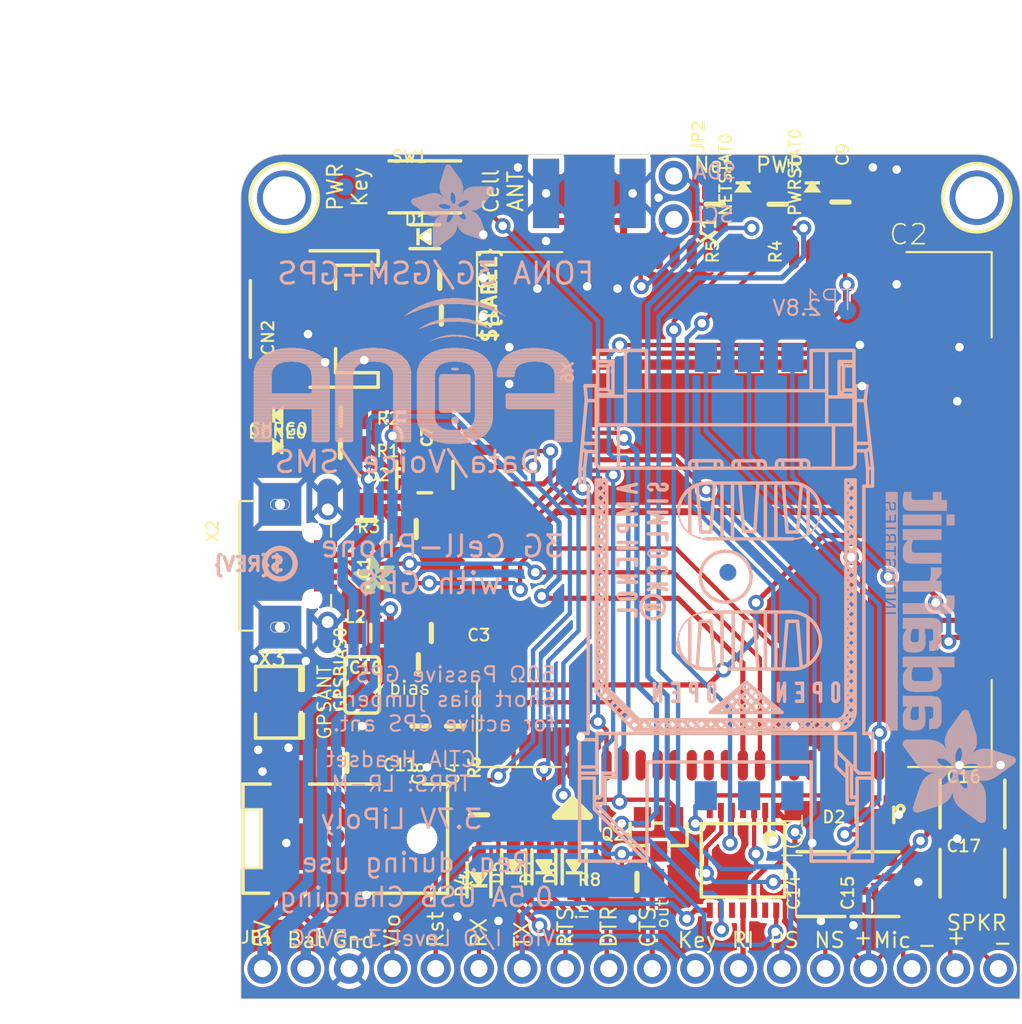
<source format=kicad_pcb>
(kicad_pcb (version 20221018) (generator pcbnew)
  (layers (0 "F.Cu" signal) (31 "B.Cu" signal) (34 "B.Paste" user) (35 "F.Paste" user) (36 "B.SilkS" user "B.Silkscreen") (37 "F.SilkS" user "F.Silkscreen") (38 "B.Mask" user) (39 "F.Mask" user) (44 "Edge.Cuts" user))
  (net 0 "")
  (net 1 "GND")
  (net 2 "N$1")
  (net 3 "N$2")
  (net 4 "N$5")
  (net 5 "N$6")
  (net 6 "PWRKEY")
  (net 7 "NETSTAT")
  (net 8 "PWRSTAT")
  (net 9 "SIMRST")
  (net 10 "SIMCLK")
  (net 11 "SIMDATA")
  (net 12 "2.8V")
  (net 13 "RI")
  (net 14 "UART_RXD")
  (net 15 "UART_TXD")
  (net 16 "VRTC")
  (net 17 "VCCIO")
  (net 18 "GSM_ANT")
  (net 19 "1.8V")
  (net 20 "NETSTAT_5V")
  (net 21 "N$4")
  (net 22 "PWRSTAT_5V")
  (net 23 "N$9")
  (net 24 "VBAT")
  (net 25 "+5V")
  (net 26 "RXD_5V")
  (net 27 "TXD_5V")
  (net 28 "RI_5V")
  (net 29 "PWRKEY_5V")
  (net 30 "RESET_5V")
  (net 31 "HP+")
  (net 32 "UART_RTS")
  (net 33 "N$3")
  (net 34 "UART_DTR")
  (net 35 "UART_CTS")
  (net 36 "DM")
  (net 37 "DP")
  (net 38 "SPEAKER+")
  (net 39 "SPEAKER-")
  (net 40 "EAR-")
  (net 41 "EAR+")
  (net 42 "MIC+")
  (net 43 "MIC-")
  (net 44 "CTS_5V")
  (net 45 "DTR_5V")
  (net 46 "RTS_5V")
  (net 47 "N$31")
  (net 48 "N$7")
  (net 49 "I2C_SDA")
  (net 50 "I2C_SCL")
  (footprint "working:0805-NO" (layer "F.Cu") (at 131.4991 95.6056)
    (fp_text reference "R2")
    (fp_text value "1K")
  )
  (footprint "working:RESPACK_4X0603" (layer "F.Cu") (at 162.8521 123.0376 90)
    (fp_text reference "C15")
    (fp_text value "10pF")
  )
  (footprint "working:RESPACK_4X0603" (layer "F.Cu") (at 168.5671 122.4026)
    (fp_text reference "C17")
    (fp_text value "10pF")
  )
  (footprint "working:TSSOP14" (layer "F.Cu") (at 155.1051 121.6406 180)
    (fp_text reference "IC1")
    (fp_text value "74VHCT125PW")
  )
  (footprint "working:SOT363" (layer "F.Cu") (at 162.8521 118.9736 180)
    (fp_text reference "D2")
    (fp_text value "SMF05C")
  )
  (footprint "working:FIDUCIAL_1MM" (layer "F.Cu") (at 166.1541 101.1936)
    (fp_text reference "FID1" hide)
    (fp_text value "FIDUCIAL\"\"" hide)
  )
  (footprint "working:SOT23-5" (layer "F.Cu") (at 136.4361 99.0346 180)
    (fp_text reference "U2")
    (fp_text value "MCP73831T-2ACI/OT")
  )
  (footprint "working:SOT23-WIDE" (layer "F.Cu") (at 150.1521 120.1166 180)
    (fp_text reference "Q2")
    (fp_text value "bss138")
  )
  (footprint "working:RESPACK_4X0603" (layer "F.Cu") (at 159.6771 123.0376 90)
    (fp_text reference "C14")
    (fp_text value "33pF")
  )
  (footprint "working:SOD-323" (layer "F.Cu") (at 139.6111 122.7836 90)
    (fp_text reference "D4")
    (fp_text value "1N4148")
  )
  (footprint "working:0805-NO" (layer "F.Cu") (at 160.8201 83.0326 90)
    (fp_text reference "C9")
    (fp_text value "10uF")
  )
  (footprint "working:0805-NO" (layer "F.Cu") (at 157.1371 83.1596 -90)
    (fp_text reference "R4")
    (fp_text value "1K")
  )
  (footprint "working:0805-NO" (layer "F.Cu") (at 139.6111 118.9736 90)
    (fp_text reference "R6")
    (fp_text value "2K")
  )
  (footprint "working:CHIPLED_0805_NOOUTLINE" (layer "F.Cu") (at 127.8011 97.3726 -90)
    (fp_text reference "CHRG0")
    (fp_text value "ORANGE")
  )
  (footprint "working:1X18_ROUND70" (layer "F.Cu") (at 148.5011 127.9906)
    (fp_text reference "JP1")
    (fp_text value "")
  )
  (footprint "working:RESPACK_4X0603" (layer "F.Cu") (at 168.5671 118.3386)
    (fp_text reference "C16")
    (fp_text value "33pF")
  )
  (footprint "working:SOLDERJUMPER_ARROW_NOPASTE" (layer "F.Cu") (at 132.7531 111.3536 90)
    (fp_text reference "GPSBIAS0")
    (fp_text value "")
  )
  (footprint "working:JSTPH2" (layer "F.Cu") (at 129.1971 89.8906 90)
    (fp_text reference "CN2")
    (fp_text value "JSTPH")
  )
  (footprint "working:0805-NO" (layer "F.Cu") (at 137.4051 89.6846)
    (fp_text reference "C6")
    (fp_text value "33pF")
  )
  (footprint "working:0805-NO" (layer "F.Cu") (at 133.0071 101.7016 -90)
    (fp_text reference "C1")
    (fp_text value "10µF")
  )
  (footprint "working:0805-NO" (layer "F.Cu") (at 136.1821 113.7666 -90)
    (fp_text reference "C8")
    (fp_text value "10pF")
  )
  (footprint "working:FIDUCIAL_1MM" (layer "F.Cu") (at 127.8001 90.2716)
    (fp_text reference "FID2" hide)
    (fp_text value "FIDUCIAL\"\"" hide)
  )
  (footprint "working:SMA_EDGELAUNCH_UFL" (layer "F.Cu") (at 146.0881 80.4926 -90)
    (fp_text reference "X1")
    (fp_text value "uFL")
  )
  (footprint "working:MOUNTINGHOLE_2.5_PLATED" (layer "F.Cu") (at 168.8211 82.7786 90)
    (fp_text reference "U$33" hide)
    (fp_text value "MOUNTINGHOLE2.5" hide)
  )
  (footprint "working:ADAFRUIT_2.5MM" (layer "F.Cu") (at 134.6581 106.1466 90)
    (fp_text reference "U$21" hide)
    (fp_text value "" hide)
  )
  (footprint "working:0805-NO" (layer "F.Cu") (at 131.4831 97.5106)
    (fp_text reference "R1")
    (fp_text value "470")
  )
  (footprint "working:C1210" (layer "F.Cu") (at 164.1221 83.0326 180)
    (fp_text reference "C2")
    (fp_text value "100uF")
  )
  (footprint "working:SOD-323" (layer "F.Cu") (at 141.6431 122.0216 90)
    (fp_text reference "D5")
    (fp_text value "1N4148")
  )
  (footprint "working:SOD-323" (layer "F.Cu") (at 145.1991 122.0216 90)
    (fp_text reference "D6")
    (fp_text value "1N4148")
  )
  (footprint "working:C1210" (layer "F.Cu") (at 136.6901 94.0816 -90)
    (fp_text reference "C7")
    (fp_text value "100uF")
  )
  (footprint "working:CHIPLED_0805_NOOUTLINE" (layer "F.Cu") (at 159.1691 82.1436)
    (fp_text reference "PWRSTAT0")
    (fp_text value "GREEN")
  )
  (footprint "working:SIM5320" (layer "F.Cu") (at 154.5971 101.0666 90)
    (fp_text reference "U1" hide)
    (fp_text value "SIM5320" hide)
  )
  (footprint "working:4UCONN_20329" (layer "F.Cu") (at 129.8321 104.3686 -90)
    (fp_text reference "X2")
    (fp_text value "MicroB")
    (fp_line (start -3.9 2.2) (end -3.9 1.6) (stroke (width 0.05)) (layer "Edge.Cuts"))
    (fp_line (start -3.3 1.6) (end -3.3 2.2) (stroke (width 0.05)) (layer "Edge.Cuts"))
    (fp_line (start 3.3 2.2) (end 3.3 1.6) (stroke (width 0.05)) (layer "Edge.Cuts"))
    (fp_line (start 3.9 1.6) (end 3.9 2.2) (stroke (width 0.05)) (layer "Edge.Cuts"))
    (fp_arc (start -3.9 1.6) (mid -3.801777 1.412868) (end -3.6 1.35) (stroke (width 0.05)) (layer "Edge.Cuts"))
    (fp_arc (start -3.6 1.35) (mid -3.398223 1.412868) (end -3.3 1.6) (stroke (width 0.05)) (layer "Edge.Cuts"))
    (fp_arc (start -3.6 2.45) (mid -3.801777 2.387132) (end -3.9 2.2) (stroke (width 0.05)) (layer "Edge.Cuts"))
    (fp_arc (start -3.3 2.2) (mid -3.398223 2.387132) (end -3.6 2.45) (stroke (width 0.05)) (layer "Edge.Cuts"))
    (fp_arc (start 3.3 1.6) (mid 3.398223 1.412868) (end 3.6 1.35) (stroke (width 0.05)) (layer "Edge.Cuts"))
    (fp_arc (start 3.6 1.35) (mid 3.801777 1.412868) (end 3.9 1.6) (stroke (width 0.05)) (layer "Edge.Cuts"))
    (fp_arc (start 3.6 2.45) (mid 3.398223 2.387132) (end 3.3 2.2) (stroke (width 0.05)) (layer "Edge.Cuts"))
    (fp_arc (start 3.9 2.2) (mid 3.801777 2.387132) (end 3.6 2.45) (stroke (width 0.05)) (layer "Edge.Cuts"))
  )
  (footprint "working:0805-NO" (layer "F.Cu") (at 131.8641 115.9256)
    (fp_text reference "C11")
    (fp_text value "10uF")
  )
  (footprint "working:0805-NO" (layer "F.Cu") (at 148.8821 122.9106 180)
    (fp_text reference "R8")
    (fp_text value "10K")
  )
  (footprint "working:_0805MP" (layer "F.Cu") (at 133.2611 108.3056)
    (fp_text reference "L2")
    (fp_text value "33nH")
  )
  (footprint "working:U.FL" (layer "F.Cu") (at 127.8001 112.3696)
    (fp_text reference "X3")
    (fp_text value "uFL")
  )
  (footprint "working:CHIPLED_0805_NOOUTLINE" (layer "F.Cu") (at 155.1051 82.1436)
    (fp_text reference "NETSTAT0")
    (fp_text value "RED")
  )
  (footprint "working:MOUNTINGHOLE_2.5_PLATED" (layer "F.Cu") (at 128.1811 82.7786 90)
    (fp_text reference "U$34" hide)
    (fp_text value "MOUNTINGHOLE2.5" hide)
  )
  (footprint "working:0805-NO" (layer "F.Cu") (at 153.4541 83.1596 -90)
    (fp_text reference "R5")
    (fp_text value "1K")
  )
  (footprint "working:SOD-323" (layer "F.Cu") (at 143.4211 122.0216 90)
    (fp_text reference "D3")
    (fp_text value "1N4148")
  )
  (footprint "working:1X02_ROUND" (layer "F.Cu") (at 151.0411 82.7786 -90)
    (fp_text reference "JP2")
    (fp_text value "")
  )
  (footprint "working:4UCONN_18510" (layer "F.Cu") (at 125.7681 120.3706)
    (fp_text reference "X4")
    (fp_text value "4UCONN_18510")
  )
  (footprint "working:SOD-123" (layer "F.Cu") (at 136.4361 85.0646)
    (fp_text reference "D1")
    (fp_text value "MMSZ5231BT1G")
  )
  (footprint "working:BTN_KMR2_4.6X2.8" (layer "F.Cu") (at 136.4361 82.1436)
    (fp_text reference "SW1")
    (fp_text value "KMR2")
  )
  (footprint "working:0805-NO" (layer "F.Cu") (at 135.9281 102.2096 180)
    (fp_text reference "R3")
    (fp_text value "2K")
  )
  (footprint "working:0805-NO" (layer "F.Cu") (at 138.2141 113.7666 -90)
    (fp_text reference "C4")
    (fp_text value "33pF")
  )
  (footprint "working:CHIPLED_0805_NOOUTLINE" (layer "F.Cu") (at 127.8061 95.5246 90)
    (fp_text reference "DONE0")
    (fp_text value "GREEN")
  )
  (footprint "working:0805-NO" (layer "F.Cu") (at 137.3091 87.5896)
    (fp_text reference "C5")
    (fp_text value "10pF")
  )
  (footprint "working:0805-NO" (layer "F.Cu") (at 136.0551 110.0836 180)
    (fp_text reference "C10")
    (fp_text value "33pF")
  )
  (footprint "working:0805-NO" (layer "F.Cu") (at 136.8171 108.3056)
    (fp_text reference "C3")
    (fp_text value "33pF")
  )
  (footprint "working:FIDUCIAL_1MM" (layer "F.Cu") (at 131.2291 120.2436)
    (fp_text reference "FID3" hide)
    (fp_text value "FIDUCIAL\"\"" hide)
  )
  (footprint "working:ADAFRUIT_TEXT_20MM" (layer "B.Cu") (at 163.4871 119.6086 90)
    (fp_text reference "U$42" hide)
    (fp_text value "" hide)
  )
  (footprint "working:PCBFEAT-REV-040" (layer "B.Cu") (at 127.9271 104.2416 180)
    (fp_text reference "U$25" hide)
    (fp_text value "" hide)
  )
  (footprint "working:FIDUCIAL_1MM" (layer "B.Cu") (at 131.7371 82.1436 180)
    (fp_text reference "FID4" hide)
    (fp_text value "FIDUCIAL\"\"" hide)
  )
  (footprint "working:TP11R" (layer "B.Cu") (at 161.2011 89.3826 180)
    (fp_text reference "TP1")
    (fp_text value "TPTP11R")
  )
  (footprint "working:ADAFRUIT_5MM" (layer "B.Cu") (at 140.5001 85.6996 180)
    (fp_text reference "U$36" hide)
    (fp_text value "" hide)
  )
  (footprint "working:FIDUCIAL_1MM" (layer "B.Cu") (at 154.2161 104.7496 180)
    (fp_text reference "FID5" hide)
    (fp_text value "FIDUCIAL\"\"" hide)
  )
  (footprint "working:C707_10M006_512_2" (layer "B.Cu") (at 154.0891 105.0036 -90)
    (fp_text reference "X6")
    (fp_text value "SIM_LOCKAMPHENOL")
  )
  (footprint "working:FONA_LOGO" (layer "B.Cu") (at 145.5801 97.3836 180)
    (fp_text reference "U$26" hide)
    (fp_text value "" hide)
  )
  (gr_line (start 171.3611 129.7686) (end 171.3611 82.7786) (stroke (width 0.05)) (layer "Edge.Cuts"))
  (gr_line (start 125.6411 118.5926) (end 126.9111 118.5926) (stroke (width 0.05)) (layer "Edge.Cuts"))
  (gr_arc (start 168.8211 80.2386) (mid 170.617151 80.982549) (end 171.3611 82.7786) (stroke (width 0.05)) (layer "Edge.Cuts"))
  (gr_line (start 125.6411 129.7686) (end 171.3611 129.7686) (stroke (width 0.05)) (layer "Edge.Cuts"))
  (gr_line (start 125.6411 82.7786) (end 125.6411 118.5926) (stroke (width 0.05)) (layer "Edge.Cuts"))
  (gr_line (start 126.9111 118.5926) (end 126.9111 122.1486) (stroke (width 0.05)) (layer "Edge.Cuts"))
  (gr_line (start 125.6411 122.1486) (end 125.6411 129.7686) (stroke (width 0.05)) (layer "Edge.Cuts"))
  (gr_arc (start 125.6411 82.7786) (mid 126.385049 80.982549) (end 128.1811 80.2386) (stroke (width 0.05)) (layer "Edge.Cuts"))
  (gr_line (start 168.8211 80.2386) (end 128.1811 80.2386) (stroke (width 0.05)) (layer "Edge.Cuts"))
  (gr_line (start 126.9111 122.1486) (end 125.6411 122.1486) (stroke (width 0.05)) (layer "Edge.Cuts"))
  (gr_text "0.5A USB Charging" (at 135.9281 123.7996) (layer "B.SilkS") (effects (font (size 1.1176 1.1176) (thickness 0.1524)) (justify mirror)))
  (gr_text "Data/Voice/SMS" (at 135.4201 98.2726) (layer "B.SilkS") (effects (font (size 1.251712 1.251712) (thickness 0.170688)) (justify mirror)))
  (gr_text "3.7V LiPoly" (at 135.0391 119.2276) (layer "B.SilkS") (effects (font (size 1.1176 1.1176) (thickness 0.1524)) (justify mirror)))
  (gr_text "with GPS" (at 136.6901 105.3846) (layer "B.SilkS") (effects (font (size 1.251712 1.251712) (thickness 0.170688)) (justify mirror)))
  (gr_text "50Ω Passive GPS\nShort bias jumper\nfor active GPS ant." (at 144.1831 114.1476) (layer "B.SilkS") (effects (font (size 0.89408 0.89408) (thickness 0.12192)) (justify left bottom mirror)))
  (gr_text "SCL" (at 153.3271 84.3026) (layer "B.SilkS") (effects (font (size 0.89408 0.89408) (thickness 0.12192)) (justify bottom mirror)))
  (gr_text "FONA 3G/GSM+GPS" (at 137.0711 87.2236) (layer "B.SilkS") (effects (font (size 1.251712 1.251712) (thickness 0.170688)) (justify mirror)))
  (gr_text "3G Cell-Phone" (at 137.4521 103.2256) (layer "B.SilkS") (effects (font (size 1.251712 1.251712) (thickness 0.170688)) (justify mirror)))
  (gr_text "SDA" (at 153.4541 81.7626) (layer "B.SilkS") (effects (font (size 0.89408 0.89408) (thickness 0.12192)) (justify bottom mirror)))
  (gr_text "2.8V" (at 159.8041 89.7636) (layer "B.SilkS") (effects (font (size 0.89408 0.89408) (thickness 0.12192)) (justify left bottom mirror)))
  (gr_text "Req. during use" (at 135.9281 121.7676) (layer "B.SilkS") (effects (font (size 1.1176 1.1176) (thickness 0.1524)) (justify mirror)))
  (gr_text "Vio: I/O Level 3-5VDC" (at 136.3091 126.2126) (layer "B.SilkS") (effects (font (size 0.89408 0.89408) (thickness 0.12192)) (justify mirror)))
  (gr_text "CTIA Headset\nTRRS: LR-M" (at 135.0391 116.4336) (layer "B.SilkS") (effects (font (size 0.89408 0.89408) (thickness 0.12192)) (justify mirror)))
  (gr_text "NS" (at 160.1851 126.8476) (layer "F.SilkS") (effects (font (size 0.89408 0.89408) (thickness 0.12192)) (justify bottom)))
  (gr_text "GPSANT" (at 130.0861 112.3696 90) (layer "F.SilkS") (effects (font (size 0.78232 0.78232) (thickness 0.10668)) (justify top)))
  (gr_text "DTR" (at 147.2311 126.8476 90) (layer "F.SilkS") (effects (font (size 0.89408 0.89408) (thickness 0.12192)) (justify left)))
  (gr_text "PS" (at 157.5181 126.8476) (layer "F.SilkS") (effects (font (size 0.89408 0.89408) (thickness 0.12192)) (justify bottom)))
  (gr_text "5V" (at 126.9111 126.8476 90) (layer "F.SilkS") (effects (font (size 0.89408 0.89408) (thickness 0.12192)) (justify left)))
  (gr_text "RTS" (at 144.6911 126.8476 90) (layer "F.SilkS") (effects (font (size 0.89408 0.89408) (thickness 0.12192)) (justify left)))
  (gr_text "RI" (at 155.1051 126.8476) (layer "F.SilkS") (effects (font (size 0.89408 0.89408) (thickness 0.12192)) (justify bottom)))
  (gr_text "Cell\nANT" (at 142.2781 82.3976 90) (layer "F.SilkS") (effects (font (size 0.89408 0.89408) (thickness 0.12192)) (justify bottom)))
  (gr_text "Vio" (at 134.5311 126.8476 90) (layer "F.SilkS") (effects (font (size 0.89408 0.89408) (thickness 0.12192)) (justify left)))
  (gr_text "CTS" (at 149.5171 126.8476 90) (layer "F.SilkS") (effects (font (size 0.89408 0.89408) (thickness 0.12192)) (justify left)))
  (gr_text "+" (at 162.0901 126.8476 90) (layer "F.SilkS") (effects (font (size 0.89408 0.89408) (thickness 0.12192)) (justify left)))
  (gr_text "SPKR" (at 168.8211 125.8316) (layer "F.SilkS") (effects (font (size 0.89408 0.89408) (thickness 0.12192)) (justify bottom)))
  (gr_text "out" (at 150.7871 125.7046 90) (layer "F.SilkS") (effects (font (size 0.715264 0.715264) (thickness 0.097536)) (justify left bottom)))
  (gr_text "PWR" (at 157.2641 81.3816) (layer "F.SilkS") (effects (font (size 0.89408 0.89408) (thickness 0.12192)) (justify bottom)))
  (gr_text "TX" (at 142.1511 126.8476 90) (layer "F.SilkS") (effects (font (size 0.89408 0.89408) (thickness 0.12192)) (justify left)))
  (gr_text "Key" (at 152.4381 126.8476) (layer "F.SilkS") (effects (font (size 0.89408 0.89408) (thickness 0.12192)) (justify bottom)))
  (gr_text "Net" (at 153.3271 81.3816) (layer "F.SilkS") (effects (font (size 0.89408 0.89408) (thickness 0.12192)) (justify bottom)))
  (gr_text "bias" (at 135.5471 111.9886) (layer "F.SilkS") (effects (font (size 0.78232 0.78232) (thickness 0.10668)) (justify bottom)))
  (gr_text "Rst" (at 137.0711 126.8476 90) (layer "F.SilkS") (effects (font (size 0.89408 0.89408) (thickness 0.12192)) (justify left)))
  (gr_text "in" (at 146.0881 125.1966 90) (layer "F.SilkS") (effects (font (size 0.715264 0.715264) (thickness 0.097536)) (justify left bottom)))
  (gr_text "PWR\nKey" (at 133.1341 82.1436 90) (layer "F.SilkS") (effects (font (size 0.89408 0.89408) (thickness 0.12192)) (justify bottom)))
  (gr_text "Bat" (at 129.4511 126.8476) (layer "F.SilkS") (effects (font (size 0.89408 0.89408) (thickness 0.12192)) (justify bottom)))
  (gr_text "-" (at 169.7101 126.4666) (layer "F.SilkS") (effects (font (size 0.89408 0.89408) (thickness 0.12192)) (justify left)))
  (gr_text "Mic" (at 163.8681 126.8476) (layer "F.SilkS") (effects (font (size 0.89408 0.89408) (thickness 0.12192)) (justify bottom)))
  (gr_text "Gnd" (at 132.2451 126.8476) (layer "F.SilkS") (effects (font (size 0.89408 0.89408) (thickness 0.12192)) (justify bottom)))
  (gr_text "+" (at 167.5511 126.8476 90) (layer "F.SilkS") (effects (font (size 0.89408 0.89408) (thickness 0.12192)) (justify left)))
  (gr_text "RX" (at 139.6111 126.8476 90) (layer "F.SilkS") (effects (font (size 0.89408 0.89408) (thickness 0.12192)) (justify left)))
  (gr_text "-" (at 165.2651 126.5936) (layer "F.SilkS") (effects (font (size 0.89408 0.89408) (thickness 0.12192)) (justify left)))
  (segment (start 145.0971 84.1756) (end 143.9291 84.1756) (width 0.4064) (layer "F.Cu") (net 1))
  (segment (start 139.5971 108.5666) (end 137.7671 108.5666) (width 0.3048) (layer "F.Cu") (net 1))
  (segment (start 134.0231 103.6676) (end 134.0231 103.6066) (width 0.4064) (layer "F.Cu") (net 1))
  (segment (start 148.0971 82.6516) (end 148.6281 82.6516) (width 0.4064) (layer "F.Cu") (net 1))
  (segment (start 147.0971 84.1756) (end 148.3741 84.1756) (width 0.4064) (layer "F.Cu") (net 1))
  (segment (start 139.5971 107.5666) (end 138.5061 107.5666) (width 0.254) (layer "F.Cu") (net 1))
  (segment (start 133.0071 102.6516) (end 134.0231 103.6676) (width 0.4064) (layer "F.Cu") (net 1))
  (segment (start 147.0971 86.0666) (end 147.0971 84.1756) (width 0.4064) (layer "F.Cu") (net 1))
  (segment (start 148.0971 86.0666) (end 148.0971 82.6516) (width 0.4064) (layer "F.Cu") (net 1))
  (segment (start 148.3741 84.1756) (end 148.3741 82.5246) (width 0.4064) (layer "F.Cu") (net 1))
  (segment (start 145.0971 86.0666) (end 145.0971 84.1756) (width 0.4064) (layer "F.Cu") (net 1))
  (segment (start 137.7671 108.5666) (end 137.7671 108.3056) (width 0.3048) (layer "F.Cu") (net 1))
  (segment (start 138.5061 107.5666) (end 137.7671 108.3056) (width 0.254) (layer "F.Cu") (net 1))
  (segment (start 148.3741 82.5246) (end 148.6281 82.5246) (width 0.4064) (layer "F.Cu") (net 1))
  (via (at 159.6771 125.1966) (size 0.9064) (drill 0.5) (layers "F.Cu" "B.Cu") (net 1))
  (via (at 126.9111 116.4336) (size 0.9064) (drill 0.5) (layers "F.Cu" "B.Cu") (net 1))
  (via (at 129.4511 109.9566) (size 0.9064) (drill 0.5) (layers "F.Cu" "B.Cu") (net 1))
  (via (at 145.5801 114.4016) (size 0.9064) (drill 0.5) (layers "F.Cu" "B.Cu") (net 1))
  (via (at 132.7531 113.7666) (size 0.9064) (drill 0.5) (layers "F.Cu" "B.Cu") (net 1))
  (via (at 143.5481 82.5246) (size 0.9064) (drill 0.5) (layers "F.Cu" "B.Cu") (net 1))
  (via (at 129.5781 90.7796) (size 0.9064) (drill 0.5) (layers "F.Cu" "B.Cu") (net 1))
  (via (at 145.9611 87.9856) (size 0.9064) (drill 0.5) (layers "F.Cu" "B.Cu") (net 1))
  (via (at 139.8651 87.4776) (size 0.9064) (drill 0.5) (layers "F.Cu" "B.Cu") (net 1))
  (via (at 147.7391 88.1126) (size 0.9064) (drill 0.5) (layers "F.Cu" "B.Cu") (net 1))
  (via (at 164.2491 118.9736) (size 0.9064) (drill 0.5) (layers "F.Cu" "B.Cu") (net 1))
  (via (at 138.3411 124.9426) (size 0.9064) (drill 0.5) (layers "F.Cu" "B.Cu") (net 1))
  (via (at 158.1531 113.7666) (size 0.9064) (drill 0.5) (layers "F.Cu" "B.Cu") (net 1))
  (via (at 132.8801 92.3036) (size 0.9064) (drill 0.5) (layers "F.Cu" "B.Cu") (net 1))
  (via (at 136.5631 116.1796) (size 0.9064) (drill 0.5) (layers "F.Cu" "B.Cu") (net 1))
  (via (at 167.6781 120.3706) (size 0.9064) (drill 0.5) (layers "F.Cu" "B.Cu") (net 1))
  (via (at 128.4351 115.0366) (size 0.9064) (drill 0.5) (layers "F.Cu" "B.Cu") (net 1))
  (via (at 160.5661 113.7666) (size 0.9064) (drill 0.5) (layers "F.Cu" "B.Cu") (net 1))
  (via (at 141.3891 91.5416) (size 0.9064) (drill 0.5) (layers "F.Cu" "B.Cu") (net 1))
  (via (at 162.7251 81.0006) (size 0.9064) (drill 0.5) (layers "F.Cu" "B.Cu") (net 1))
  (via (at 161.9631 91.4146) (size 0.9064) (drill 0.5) (layers "F.Cu" "B.Cu") (net 1))
  (via (at 139.8651 84.9376) (size 0.9064) (drill 0.5) (layers "F.Cu" "B.Cu") (net 1))
  (via (at 133.0071 123.6726) (size 0.9064) (drill 0.5) (layers "F.Cu" "B.Cu") (net 1))
  (via (at 130.5941 92.4306) (size 0.9064) (drill 0.5) (layers "F.Cu" "B.Cu") (net 1))
  (via (at 143.0401 88.1126) (size 0.9064) (drill 0.5) (layers "F.Cu" "B.Cu") (net 1))
  (via (at 167.8051 116.0526) (size 0.9064) (drill 0.5) (layers "F.Cu" "B.Cu") (net 1))
  (via (at 165.3921 122.9106) (size 0.9064) (drill 0.5) (layers "F.Cu" "B.Cu") (net 1))
  (via (at 170.2181 116.0526) (size 0.9064) (drill 0.5) (layers "F.Cu" "B.Cu") (net 1))
  (via (at 126.4031 109.8296) (size 0.9064) (drill 0.5) (layers "F.Cu" "B.Cu") (net 1))
  (via (at 167.8051 91.5416) (size 0.9064) (drill 0.5) (layers "F.Cu" "B.Cu") (net 1))
  (via (at 136.5631 85.0646) (size 0.9064) (drill 0.5) (layers "F.Cu" "B.Cu") (net 1))
  (via (at 143.5481 85.3186) (size 0.9064) (drill 0.5) (layers "F.Cu" "B.Cu") (net 1))
  (via (at 126.6571 115.1636) (size 0.9064) (drill 0.5) (layers "F.Cu" "B.Cu") (net 1))
  (via (at 141.3891 93.7006) (size 0.9064) (drill 0.5) (layers "F.Cu" "B.Cu") (net 1))
  (via (at 139.8651 89.7636) (size 0.9064) (drill 0.5) (layers "F.Cu" "B.Cu") (net 1))
  (via (at 164.1221 81.1276) (size 0.9064) (drill 0.5) (layers "F.Cu" "B.Cu") (net 1))
  (via (at 148.6281 82.5246) (size 0.9064) (drill 0.5) (layers "F.Cu" "B.Cu") (net 1))
  (via (at 150.1521 82.7786) (size 0.9064) (drill 0.5) (layers "F.Cu" "B.Cu") (net 1))
  (via (at 140.7541 125.1966) (size 0.9064) (drill 0.5) (layers "F.Cu" "B.Cu") (net 1))
  (via (at 128.3081 120.6246) (size 0.9064) (drill 0.5) (layers "F.Cu" "B.Cu") (net 1))
  (via (at 167.6781 94.7166) (size 0.9064) (drill 0.5) (layers "F.Cu" "B.Cu") (net 1))
  (via (at 162.0901 93.8276) (size 0.9064) (drill 0.5) (layers "F.Cu" "B.Cu") (net 1))
  (via (at 161.5821 125.4506) (size 0.9064) (drill 0.5) (layers "F.Cu" "B.Cu") (net 1))
  (via (at 164.1221 87.8586) (size 0.9064) (drill 0.5) (layers "F.Cu" "B.Cu") (net 1))
  (via (at 141.8971 81.0006) (size 0.9064) (drill 0.5) (layers "F.Cu" "B.Cu") (net 1))
  (via (at 148.6281 125.0696) (size 0.9064) (drill 0.5) (layers "F.Cu" "B.Cu") (net 1))
  (via (at 159.1691 120.6246) (size 0.9064) (drill 0.5) (layers "F.Cu" "B.Cu") (net 1))
  (segment (start 128.8511 97.3726) (end 128.7131 97.5106) (width 0.254) (layer "F.Cu") (net 2))
  (segment (start 128.7131 97.5106) (end 130.5331 97.5106) (width 0.254) (layer "F.Cu") (net 2))
  (segment (start 137.3861 97.7345) (end 137.3861 98.2116) (width 0.254) (layer "F.Cu") (net 3))
  (segment (start 137.3861 98.2116) (end 136.6901 98.9076) (width 0.254) (layer "F.Cu") (net 3))
  (segment (start 134.5311 98.9076) (end 133.1341 97.5106) (width 0.254) (layer "F.Cu") (net 3))
  (segment (start 132.4491 97.4946) (end 132.4491 95.6056) (width 0.254) (layer "F.Cu") (net 3))
  (segment (start 136.6901 98.9076) (end 134.5311 98.9076) (width 0.254) (layer "F.Cu") (net 3))
  (segment (start 132.4331 97.5106) (end 132.4491 97.4946) (width 0.254) (layer "F.Cu") (net 3))
  (segment (start 133.1341 97.5106) (end 132.4331 97.5106) (width 0.254) (layer "F.Cu") (net 3))
  (segment (start 137.3861 100.3347) (end 137.3861 101.7016) (width 0.254) (layer "F.Cu") (net 4))
  (segment (start 137.3861 101.7016) (end 136.8781 102.2096) (width 0.254) (layer "F.Cu") (net 4))
  (segment (start 128.9371 95.6056) (end 130.5491 95.6056) (width 0.254) (layer "F.Cu") (net 5))
  (segment (start 128.8561 95.5246) (end 128.9371 95.6056) (width 0.254) (layer "F.Cu") (net 5))
  (segment (start 138.4861 82.9436) (end 138.5751 83.0326) (width 0.254) (layer "F.Cu") (net 6))
  (segment (start 134.3861 82.9436) (end 138.4861 82.9436) (width 0.254) (layer "F.Cu") (net 6))
  (segment (start 139.6111 83.0326) (end 141.0081 84.4296) (width 0.254) (layer "F.Cu") (net 6))
  (segment (start 147.0971 114.0136) (end 147.0971 116.0666) (width 0.254) (layer "F.Cu") (net 6))
  (segment (start 146.5961 113.5126) (end 147.0971 114.0136) (width 0.254) (layer "F.Cu") (net 6))
  (segment (start 141.6431 120.7516) (end 141.6431 114.6556) (width 0.254) (layer "F.Cu") (net 6))
  (segment (start 142.7861 113.5126) (end 146.5961 113.5126) (width 0.254) (layer "F.Cu") (net 6))
  (segment (start 141.6431 114.6556) (end 142.7861 113.5126) (width 0.254) (layer "F.Cu") (net 6))
  (segment (start 138.5751 83.0326) (end 139.6111 83.0326) (width 0.254) (layer "F.Cu") (net 6))
  (via (at 141.0081 84.4296) (size 0.9064) (drill 0.5) (layers "F.Cu" "B.Cu") (net 6))
  (via (at 146.5961 113.5126) (size 0.9064) (drill 0.5) (layers "F.Cu" "B.Cu") (net 6))
  (segment (start 146.5961 90.0176) (end 141.0081 84.4296) (width 0.254) (layer "B.Cu") (net 6))
  (segment (start 146.5961 90.0176) (end 146.5961 113.5126) (width 0.254) (layer "B.Cu") (net 6))
  (segment (start 154.0971 86.9616) (end 151.0411 90.0176) (width 0.254) (layer "F.Cu") (net 7))
  (segment (start 151.0411 90.0176) (end 151.0411 90.5256) (width 0.254) (layer "F.Cu") (net 7))
  (segment (start 154.3431 120.6246) (end 154.4551 120.5126) (width 0.254) (layer "F.Cu") (net 7))
  (segment (start 154.0971 86.0666) (end 154.0971 86.9616) (width 0.254) (layer "F.Cu") (net 7))
  (segment (start 154.4551 120.5126) (end 154.4551 118.7156) (width 0.254) (layer "F.Cu") (net 7))
  (via (at 151.0411 90.5256) (size 0.9064) (drill 0.5) (layers "F.Cu" "B.Cu") (net 7))
  (via (at 154.3431 120.6246) (size 0.9064) (drill 0.5) (layers "F.Cu" "B.Cu") (net 7))
  (segment (start 151.0411 90.5256) (end 151.0411 109.4486) (width 0.254) (layer "B.Cu") (net 7))
  (segment (start 154.3431 112.7506) (end 154.3431 120.6246) (width 0.254) (layer "B.Cu") (net 7))
  (segment (start 151.0411 109.4486) (end 154.3431 112.7506) (width 0.254) (layer "B.Cu") (net 7))
  (segment (start 156.0971 86.0666) (end 156.0971 86.7396) (width 0.254) (layer "F.Cu") (net 8))
  (segment (start 156.4051 120.0196) (end 156.4051 118.7156) (width 0.254) (layer "F.Cu") (net 8))
  (segment (start 156.0971 86.7396) (end 152.6921 90.1446) (width 0.254) (layer "F.Cu") (net 8))
  (segment (start 156.8831 120.4976) (end 156.4051 120.0196) (width 0.254) (layer "F.Cu") (net 8))
  (via (at 152.6921 90.1446) (size 0.9064) (drill 0.5) (layers "F.Cu" "B.Cu") (net 8))
  (via (at 156.8831 120.4976) (size 0.9064) (drill 0.5) (layers "F.Cu" "B.Cu") (net 8))
  (segment (start 156.8831 105.6386) (end 156.8831 120.4976) (width 0.254) (layer "B.Cu") (net 8))
  (segment (start 152.6921 90.1446) (end 151.8031 91.0336) (width 0.254) (layer "B.Cu") (net 8))
  (segment (start 151.8031 91.0336) (end 151.8031 100.5586) (width 0.254) (layer "B.Cu") (net 8))
  (segment (start 151.8031 100.5586) (end 156.8831 105.6386) (width 0.254) (layer "B.Cu") (net 8))
  (segment (start 161.4551 103.8606) (end 162.0971 104.5026) (width 0.254) (layer "F.Cu") (net 9))
  (segment (start 162.0971 104.5026) (end 162.0971 116.0666) (width 0.254) (layer "F.Cu") (net 9))
  (segment (start 162.0971 116.0666) (end 162.1021 116.0666) (width 0.254) (layer "F.Cu") (net 9))
  (segment (start 162.1021 116.0666) (end 162.1021 118.0736) (width 0.254) (layer "F.Cu") (net 9))
  (via (at 161.4551 103.8606) (size 0.9064) (drill 0.5) (layers "F.Cu" "B.Cu") (net 9))
  (segment (start 155.4641 97.8696) (end 161.4551 103.8606) (width 0.254) (layer "B.Cu") (net 9))
  (segment (start 155.4641 92.1536) (end 155.4641 97.8696) (width 0.254) (layer "B.Cu") (net 9))
  (segment (start 163.0971 116.0666) (end 163.1061 116.0666) (width 0.254) (layer "F.Cu") (net 10))
  (segment (start 161.8591 120.1166) (end 162.1021 119.8736) (width 0.254) (layer "F.Cu") (net 10))
  (segment (start 163.1061 116.0666) (end 163.1061 114.1476) (width 0.254) (layer "F.Cu") (net 10))
  (segment (start 161.0741 120.1166) (end 161.8591 120.1166) (width 0.254) (layer "F.Cu") (net 10))
  (via (at 163.1061 114.1476) (size 0.9064) (drill 0.5) (layers "F.Cu" "B.Cu") (net 10))
  (via (at 161.0741 120.1166) (size 0.9064) (drill 0.5) (layers "F.Cu" "B.Cu") (net 10))
  (segment (start 163.1061 118.0846) (end 161.0741 120.1166) (width 0.254) (layer "B.Cu") (net 10))
  (segment (start 152.9241 96.4726) (end 163.1061 106.6546) (width 0.254) (layer "B.Cu") (net 10))
  (segment (start 152.9241 92.1536) (end 152.9241 96.4726) (width 0.254) (layer "B.Cu") (net 10))
  (segment (start 163.1061 114.1476) (end 163.1061 118.0846) (width 0.254) (layer "B.Cu") (net 10))
  (segment (start 163.1061 106.6546) (end 163.1061 114.1476) (width 0.254) (layer "B.Cu") (net 10))
  (segment (start 161.0971 118.3156) (end 161.0971 117.29391) (width 0.254) (layer "F.Cu") (net 11))
  (segment (start 162.8521 120.3706) (end 162.2171 121.0056) (width 0.254) (layer "F.Cu") (net 11))
  (segment (start 161.0971 117.29391) (end 161.0971 116.0666) (width 0.254) (layer "F.Cu") (net 11))
  (segment (start 152.9461 117.8306) (end 152.3111 118.4656) (width 0.254) (layer "F.Cu") (net 11))
  (segment (start 162.2171 121.0056) (end 160.1851 121.0056) (width 0.254) (layer "F.Cu") (net 11))
  (segment (start 162.8521 119.8736) (end 162.8521 120.3706) (width 0.254) (layer "F.Cu") (net 11))
  (segment (start 161.0971 117.29391) (end 160.560409 117.8306) (width 0.254) (layer "F.Cu") (net 11))
  (segment (start 160.0581 119.3546) (end 161.0971 118.3156) (width 0.254) (layer "F.Cu") (net 11))
  (segment (start 160.0581 120.8786) (end 160.0581 119.3546) (width 0.254) (layer "F.Cu") (net 11))
  (segment (start 152.3111 118.4656) (end 152.3111 119.4816) (width 0.254) (layer "F.Cu") (net 11))
  (segment (start 160.560409 117.8306) (end 152.9461 117.8306) (width 0.254) (layer "F.Cu") (net 11))
  (segment (start 160.1851 121.0056) (end 160.0581 120.8786) (width 0.254) (layer "F.Cu") (net 11))
  (via (at 152.3111 119.4816) (size 0.9064) (drill 0.5) (layers "F.Cu" "B.Cu") (net 11))
  (segment (start 152.3111 118.4666) (end 152.9241 117.8536) (width 0.254) (layer "B.Cu") (net 11))
  (segment (start 152.3111 119.4816) (end 152.3111 118.4666) (width 0.254) (layer "B.Cu") (net 11))
  (segment (start 146.0881 122.0216) (end 141.1351 122.0216) (width 0.254) (layer "F.Cu") (net 12))
  (segment (start 161.0971 87.7546) (end 161.2011 87.8586) (width 0.254) (layer "F.Cu") (net 12))
  (segment (start 147.8661 91.4146) (end 158.7881 91.4146) (width 0.254) (layer "F.Cu") (net 12))
  (segment (start 147.8661 118.0846) (end 150.6601 118.0846) (width 0.254) (layer "F.Cu") (net 12))
  (segment (start 150.6601 118.0846) (end 151.1021 118.5266) (width 0.254) (layer "F.Cu") (net 12))
  (segment (start 139.6771 117.9576) (end 139.6111 118.0236) (width 0.254) (layer "F.Cu") (net 12))
  (segment (start 146.4691 121.6406) (end 146.0881 122.0216) (width 0.254) (layer "F.Cu") (net 12))
  (segment (start 146.7231 118.0846) (end 147.8661 118.0846) (width 0.254) (layer "F.Cu") (net 12))
  (segment (start 140.7541 121.6406) (end 140.7541 118.2116) (width 0.254) (layer "F.Cu") (net 12))
  (segment (start 158.7881 91.4146) (end 161.0971 89.1056) (width 0.254) (layer "F.Cu") (net 12))
  (segment (start 140.7541 118.2116) (end 140.5001 117.9576) (width 0.254) (layer "F.Cu") (net 12))
  (segment (start 151.1021 118.5266) (end 151.1021 119.1166) (width 0.254) (layer "F.Cu") (net 12))
  (segment (start 141.1351 122.0216) (end 140.7541 121.6406) (width 0.254) (layer "F.Cu") (net 12))
  (segment (start 147.8661 118.0846) (end 147.8661 118.2116) (width 0.254) (layer "F.Cu") (net 12))
  (segment (start 161.0971 89.1056) (end 161.0971 86.0666) (width 0.254) (layer "F.Cu") (net 12))
  (segment (start 146.4691 118.3386) (end 146.4691 121.6406) (width 0.254) (layer "F.Cu") (net 12))
  (segment (start 161.0971 86.0666) (end 161.0971 87.7546) (width 0.254) (layer "F.Cu") (net 12))
  (segment (start 146.4691 118.3386) (end 146.7231 118.0846) (width 0.254) (layer "F.Cu") (net 12))
  (segment (start 140.5001 117.9576) (end 139.6771 117.9576) (width 0.254) (layer "F.Cu") (net 12))
  (via (at 147.8661 118.2116) (size 0.9064) (drill 0.5) (layers "F.Cu" "B.Cu") (net 12))
  (via (at 161.2011 87.8586) (size 0.9064) (drill 0.5) (layers "F.Cu" "B.Cu") (net 12))
  (via (at 147.8661 91.4146) (size 0.9064) (drill 0.5) (layers "F.Cu" "B.Cu") (net 12))
  (segment (start 148.1201 114.9096) (end 148.1201 113.2586) (width 0.254) (layer "B.Cu") (net 12))
  (segment (start 161.2011 87.8586) (end 161.2011 89.3826) (width 0.254) (layer "B.Cu") (net 12))
  (segment (start 147.4851 98.0186) (end 147.2311 97.7646) (width 0.254) (layer "B.Cu") (net 12))
  (segment (start 148.1201 113.2586) (end 148.3741 113.0046) (width 0.254) (layer "B.Cu") (net 12))
  (segment (start 147.8661 118.2116) (end 147.8661 115.1636) (width 0.254) (layer "B.Cu") (net 12))
  (segment (start 148.3741 113.0046) (end 148.3741 98.1456) (width 0.254) (layer "B.Cu") (net 12))
  (segment (start 147.8661 115.1636) (end 148.1201 114.9096) (width 0.254) (layer "B.Cu") (net 12))
  (segment (start 148.3741 98.1456) (end 148.2471 98.0186) (width 0.254) (layer "B.Cu") (net 12))
  (segment (start 148.2471 98.0186) (end 147.4851 98.0186) (width 0.254) (layer "B.Cu") (net 12))
  (segment (start 147.2311 97.7646) (end 147.2311 92.0496) (width 0.254) (layer "B.Cu") (net 12))
  (segment (start 147.2311 92.0496) (end 147.8661 91.4146) (width 0.254) (layer "B.Cu") (net 12))
  (segment (start 139.5971 99.5666) (end 143.3971 99.5666) (width 0.3048) (layer "F.Cu") (net 13))
  (segment (start 143.3971 99.5666) (end 144.8181 98.1456) (width 0.3048) (layer "F.Cu") (net 13))
  (segment (start 156.5021 122.0216) (end 155.7401 122.7836) (width 0.3048) (layer "F.Cu") (net 13))
  (segment (start 157.0101 122.0216) (end 156.5021 122.0216) (width 0.3048) (layer "F.Cu") (net 13))
  (segment (start 158.1531 119.9896) (end 158.1531 120.8786) (width 0.3048) (layer "F.Cu") (net 13))
  (segment (start 155.7401 122.7836) (end 155.7401 124.5506) (width 0.3048) (layer "F.Cu") (net 13))
  (segment (start 144.8181 98.1456) (end 151.1681 98.1456) (width 0.3048) (layer "F.Cu") (net 13))
  (segment (start 155.7401 124.5506) (end 155.7551 124.5656) (width 0.3048) (layer "F.Cu") (net 13))
  (segment (start 151.1681 98.1456) (end 152.9461 99.9236) (width 0.3048) (layer "F.Cu") (net 13))
  (segment (start 158.1531 120.8786) (end 157.0101 122.0216) (width 0.3048) (layer "F.Cu") (net 13))
  (via (at 158.1531 119.9896) (size 0.9064) (drill 0.5) (layers "F.Cu" "B.Cu") (net 13))
  (via (at 152.9461 99.9236) (size 0.9064) (drill 0.5) (layers "F.Cu" "B.Cu") (net 13))
  (segment (start 152.9461 99.9236) (end 158.4071 105.3846) (width 0.3048) (layer "B.Cu") (net 13))
  (segment (start 159.2961 106.2736) (end 158.4071 105.3846) (width 0.254) (layer "B.Cu") (net 13))
  (segment (start 159.2961 118.8466) (end 159.2961 106.2736) (width 0.254) (layer "B.Cu") (net 13))
  (segment (start 158.1531 119.9896) (end 159.2961 118.8466) (width 0.254) (layer "B.Cu") (net 13))
  (segment (start 142.7461 98.5666) (end 139.5971 98.5666) (width 0.254) (layer "F.Cu") (net 14))
  (segment (start 138.7831 119.9236) (end 138.3411 119.4816) (width 0.254) (layer "F.Cu") (net 14))
  (segment (start 138.3411 117.3226) (end 138.7221 116.9416) (width 0.254) (layer "F.Cu") (net 14))
  (segment (start 138.3411 119.4816) (end 138.3411 117.3226) (width 0.254) (layer "F.Cu") (net 14))
  (segment (start 139.6111 119.9236) (end 139.1641 119.9236) (width 0.3048) (layer "F.Cu") (net 14))
  (segment (start 139.6111 121.5136) (end 139.6111 119.9236) (width 0.3048) (layer "F.Cu") (net 14))
  (segment (start 142.7861 98.5266) (end 142.7461 98.5666) (width 0.254) (layer "F.Cu") (net 14))
  (segment (start 140.5001 116.9416) (end 140.7541 116.6876) (width 0.254) (layer "F.Cu") (net 14))
  (segment (start 138.7221 116.9416) (end 140.5001 116.9416) (width 0.254) (layer "F.Cu") (net 14))
  (segment (start 139.6111 119.9236) (end 138.7831 119.9236) (width 0.254) (layer "F.Cu") (net 14))
  (via (at 142.7861 98.5266) (size 0.9064) (drill 0.5) (layers "F.Cu" "B.Cu") (net 14))
  (via (at 140.7541 116.6876) (size 0.9064) (drill 0.5) (layers "F.Cu" "B.Cu") (net 14))
  (segment (start 142.7861 114.6556) (end 142.7861 109.3216) (width 0.254) (layer "B.Cu") (net 14))
  (segment (start 142.7861 99.4156) (end 142.7861 98.5266) (width 0.254) (layer "B.Cu") (net 14))
  (segment (start 140.7541 116.6876) (end 142.7861 114.6556) (width 0.254) (layer "B.Cu") (net 14))
  (segment (start 144.9451 101.5746) (end 142.7861 99.4156) (width 0.254) (layer "B.Cu") (net 14))
  (segment (start 142.7861 109.3216) (end 144.9451 107.1626) (width 0.254) (layer "B.Cu") (net 14))
  (segment (start 144.9451 107.1626) (end 144.9451 101.5746) (width 0.254) (layer "B.Cu") (net 14))
  (segment (start 153.8051 125.6746) (end 153.8351 125.7046) (width 0.254) (layer "F.Cu") (net 15))
  (segment (start 153.8051 124.5656) (end 153.8051 125.6746) (width 0.254) (layer "F.Cu") (net 15))
  (segment (start 147.2311 98.7806) (end 147.4851 99.0346) (width 0.254) (layer "F.Cu") (net 15))
  (segment (start 144.9451 98.7806) (end 147.2311 98.7806) (width 0.254) (layer "F.Cu") (net 15))
  (segment (start 139.5971 101.5666) (end 142.1591 101.5666) (width 0.254) (layer "F.Cu") (net 15))
  (segment (start 142.1591 101.5666) (end 144.9451 98.7806) (width 0.254) (layer "F.Cu") (net 15))
  (via (at 153.8351 125.7046) (size 0.9064) (drill 0.5) (layers "F.Cu" "B.Cu") (net 15))
  (via (at 147.4851 99.0346) (size 0.9064) (drill 0.5) (layers "F.Cu" "B.Cu") (net 15))
  (segment (start 146.9771 115.0366) (end 147.4851 114.5286) (width 0.254) (layer "B.Cu") (net 15))
  (segment (start 149.5171 120.3706) (end 147.6121 120.3706) (width 0.254) (layer "B.Cu") (net 15))
  (segment (start 152.6921 123.5456) (end 149.5171 120.3706) (width 0.254) (layer "B.Cu") (net 15))
  (segment (start 147.4851 114.5286) (end 147.4851 99.0346) (width 0.254) (layer "B.Cu") (net 15))
  (segment (start 146.9771 119.7356) (end 146.9771 115.0366) (width 0.254) (layer "B.Cu") (net 15))
  (segment (start 153.8351 125.7046) (end 153.8351 124.0536) (width 0.254) (layer "B.Cu") (net 15))
  (segment (start 147.6121 120.3706) (end 146.9771 119.7356) (width 0.254) (layer "B.Cu") (net 15))
  (segment (start 153.3271 123.5456) (end 152.6921 123.5456) (width 0.254) (layer "B.Cu") (net 15))
  (segment (start 147.6121 98.9076) (end 147.4851 99.0346) (width 0.254) (layer "B.Cu") (net 15))
  (segment (start 153.8351 124.0536) (end 153.3271 123.5456) (width 0.254) (layer "B.Cu") (net 15))
  (segment (start 163.1061 86.0576) (end 163.0971 86.0666) (width 0.254) (layer "F.Cu") (net 16))
  (segment (start 160.8201 83.9826) (end 160.8201 84.5566) (width 0.254) (layer "F.Cu") (net 16))
  (segment (start 160.8201 84.5566) (end 161.0741 84.8106) (width 0.254) (layer "F.Cu") (net 16))
  (segment (start 162.9791 84.8106) (end 163.1061 84.9376) (width 0.254) (layer "F.Cu") (net 16))
  (segment (start 161.0741 84.8106) (end 162.9791 84.8106) (width 0.254) (layer "F.Cu") (net 16))
  (segment (start 163.1061 84.9376) (end 163.1061 86.0576) (width 0.254) (layer "F.Cu") (net 16))
  (segment (start 157.0551 125.8766) (end 157.0101 125.8316) (width 0.254) (layer "F.Cu") (net 17))
  (segment (start 147.9931 122.4026) (end 147.9931 121.2596) (width 0.254) (layer "F.Cu") (net 17))
  (segment (start 157.0551 124.5656) (end 157.0551 125.8766) (width 0.254) (layer "F.Cu") (net 17))
  (segment (start 147.9321 122.4636) (end 147.9321 122.9106) (width 0.254) (layer "F.Cu") (net 17))
  (segment (start 147.9931 122.4026) (end 147.9321 122.4636) (width 0.254) (layer "F.Cu") (net 17))
  (via (at 157.0101 125.8316) (size 0.9064) (drill 0.5) (layers "F.Cu" "B.Cu") (net 17))
  (via (at 147.9931 121.2596) (size 0.9064) (drill 0.5) (layers "F.Cu" "B.Cu") (net 17))
  (segment (start 157.0101 125.8316) (end 156.2481 126.5936) (width 0.254) (layer "B.Cu") (net 17))
  (segment (start 152.8191 125.9586) (end 152.8191 124.8156) (width 0.254) (layer "B.Cu") (net 17))
  (segment (start 146.7231 120.8786) (end 139.4841 120.8786) (width 0.254) (layer "B.Cu") (net 17))
  (segment (start 134.5311 125.8316) (end 134.5311 127.9906) (width 0.254) (layer "B.Cu") (net 17))
  (segment (start 139.4841 120.8786) (end 134.5311 125.8316) (width 0.254) (layer "B.Cu") (net 17))
  (segment (start 153.4541 126.5936) (end 152.8191 125.9586) (width 0.254) (layer "B.Cu") (net 17))
  (segment (start 149.2631 121.2596) (end 147.9931 121.2596) (width 0.254) (layer "B.Cu") (net 17))
  (segment (start 147.9931 121.2596) (end 147.1041 121.2596) (width 0.254) (layer "B.Cu") (net 17))
  (segment (start 152.8191 124.8156) (end 149.2631 121.2596) (width 0.254) (layer "B.Cu") (net 17))
  (segment (start 156.2481 126.5936) (end 153.4541 126.5936) (width 0.254) (layer "B.Cu") (net 17))
  (segment (start 147.1041 121.2596) (end 146.7231 120.8786) (width 0.254) (layer "B.Cu") (net 17))
  (segment (start 146.0971 86.0666) (end 146.0881 86.0576) (width 0.6096) (layer "F.Cu") (net 18))
  (segment (start 146.0881 86.0576) (end 146.0881 83.5406) (width 0.6096) (layer "F.Cu") (net 18))
  (segment (start 163.6141 105.0036) (end 164.1221 105.5116) (width 0.254) (layer "F.Cu") (net 19))
  (segment (start 163.6021 117.7156) (end 164.1221 117.1956) (width 0.254) (layer "F.Cu") (net 19))
  (segment (start 164.1221 105.5116) (end 164.1221 116.0916) (width 0.254) (layer "F.Cu") (net 19))
  (segment (start 163.6021 118.0736) (end 163.6021 117.7156) (width 0.254) (layer "F.Cu") (net 19))
  (segment (start 164.1221 117.1956) (end 164.1221 116.0916) (width 0.254) (layer "F.Cu") (net 19))
  (segment (start 164.1221 116.0916) (end 164.0971 116.0666) (width 0.254) (layer "F.Cu") (net 19))
  (via (at 163.6141 105.0036) (size 0.9064) (drill 0.5) (layers "F.Cu" "B.Cu") (net 19))
  (segment (start 158.0041 92.1536) (end 158.0041 99.1396) (width 0.254) (layer "B.Cu") (net 19))
  (segment (start 163.6141 104.7496) (end 163.6141 105.0036) (width 0.254) (layer "B.Cu") (net 19))
  (segment (start 158.0041 99.1396) (end 163.6141 104.7496) (width 0.254) (layer "B.Cu") (net 19))
  (segment (start 152.9461 120.8786) (end 153.8351 119.9896) (width 0.254) (layer "F.Cu") (net 20))
  (segment (start 152.9461 122.4026) (end 152.9461 120.8786) (width 0.254) (layer "F.Cu") (net 20))
  (segment (start 156.8831 122.9106) (end 158.0261 122.9106) (width 0.254) (layer "F.Cu") (net 20))
  (segment (start 158.0261 124.9426) (end 159.9311 126.8476) (width 0.254) (layer "F.Cu") (net 20))
  (segment (start 153.9011 84.5566) (end 155.6131 84.5566) (width 0.254) (layer "F.Cu") (net 20))
  (segment (start 158.0261 122.9106) (end 158.0261 124.9426) (width 0.254) (layer "F.Cu") (net 20))
  (segment (start 159.9311 126.8476) (end 159.9311 127.9906) (width 0.254) (layer "F.Cu") (net 20))
  (segment (start 153.8351 118.7456) (end 153.8051 118.7156) (width 0.254) (layer "F.Cu") (net 20))
  (segment (start 153.9011 84.5566) (end 153.4541 84.1096) (width 0.254) (layer "F.Cu") (net 20))
  (segment (start 153.8351 119.9896) (end 153.8351 118.7456) (width 0.254) (layer "F.Cu") (net 20))
  (via (at 155.6131 84.5566) (size 0.9064) (drill 0.5) (layers "F.Cu" "B.Cu") (net 20))
  (via (at 152.9461 122.4026) (size 0.9064) (drill 0.5) (layers "F.Cu" "B.Cu") (net 20))
  (via (at 156.8831 122.9106) (size 0.9064) (drill 0.5) (layers "F.Cu" "B.Cu") (net 20))
  (segment (start 150.6601 111.9886) (end 150.6601 120.1166) (width 0.3048) (layer "B.Cu") (net 20))
  (segment (start 153.4541 122.9106) (end 152.9461 122.4026) (width 0.254) (layer "B.Cu") (net 20))
  (segment (start 149.5171 110.8456) (end 150.6601 111.9886) (width 0.3048) (layer "B.Cu") (net 20))
  (segment (start 154.0891 84.5566) (end 149.5171 89.1286) (width 0.3048) (layer "B.Cu") (net 20))
  (segment (start 150.6601 120.1166) (end 152.9461 122.4026) (width 0.3048) (layer "B.Cu") (net 20))
  (segment (start 149.5171 89.1286) (end 149.5171 110.8456) (width 0.3048) (layer "B.Cu") (net 20))
  (segment (start 155.6131 84.5566) (end 154.0891 84.5566) (width 0.254) (layer "B.Cu") (net 20))
  (segment (start 153.4541 122.9106) (end 156.8831 122.9106) (width 0.254) (layer "B.Cu") (net 20))
  (segment (start 158.1851 82.2096) (end 159.1691 83.1936) (width 0.254) (layer "F.Cu") (net 21))
  (segment (start 157.1371 82.2096) (end 158.1851 82.2096) (width 0.254) (layer "F.Cu") (net 21))
  (segment (start 157.5181 84.4906) (end 157.1371 84.1096) (width 0.254) (layer "F.Cu") (net 22))
  (segment (start 157.5181 84.5566) (end 158.6611 84.5566) (width 0.254) (layer "F.Cu") (net 22))
  (segment (start 155.8671 121.2596) (end 155.7551 121.3716) (width 0.254) (layer "F.Cu") (net 22))
  (segment (start 157.5181 84.5566) (end 157.5181 84.4906) (width 0.254) (layer "F.Cu") (net 22))
  (segment (start 155.7551 121.3716) (end 155.7551 118.7156) (width 0.254) (layer "F.Cu") (net 22))
  (via (at 155.8671 121.2596) (size 0.9064) (drill 0.5) (layers "F.Cu" "B.Cu") (net 22))
  (via (at 158.6611 84.5566) (size 0.9064) (drill 0.5) (layers "F.Cu" "B.Cu") (net 22))
  (segment (start 157.3911 87.4776) (end 152.4381 87.4776) (width 0.3048) (layer "B.Cu") (net 22))
  (segment (start 150.1521 89.7636) (end 150.1521 110.4646) (width 0.254) (layer "B.Cu") (net 22))
  (segment (start 151.2951 119.6086) (end 153.8351 122.1486) (width 0.254) (layer "B.Cu") (net 22))
  (segment (start 158.6611 86.2076) (end 157.3911 87.4776) (width 0.3048) (layer "B.Cu") (net 22))
  (segment (start 158.6611 84.5566) (end 158.6611 84.9376) (width 0.254) (layer "B.Cu") (net 22))
  (segment (start 157.3911 127.9906) (end 157.3911 126.7206) (width 0.3048) (layer "B.Cu") (net 22))
  (segment (start 152.4381 87.4776) (end 150.1521 89.7636) (width 0.3048) (layer "B.Cu") (net 22))
  (segment (start 157.8991 122.4026) (end 157.5181 122.0216) (width 0.3048) (layer "B.Cu") (net 22))
  (segment (start 158.6611 84.9376) (end 158.6611 86.2076) (width 0.3048) (layer "B.Cu") (net 22))
  (segment (start 150.1521 110.4646) (end 151.2951 111.6076) (width 0.254) (layer "B.Cu") (net 22))
  (segment (start 153.8351 122.1486) (end 155.7401 122.1486) (width 0.254) (layer "B.Cu") (net 22))
  (segment (start 157.8991 126.2126) (end 157.8991 122.4026) (width 0.3048) (layer "B.Cu") (net 22))
  (segment (start 157.3911 126.7206) (end 157.8991 126.2126) (width 0.3048) (layer "B.Cu") (net 22))
  (segment (start 155.7401 122.1486) (end 155.8671 122.0216) (width 0.254) (layer "B.Cu") (net 22))
  (segment (start 151.2951 111.6076) (end 151.2951 119.6086) (width 0.254) (layer "B.Cu") (net 22))
  (segment (start 157.5181 122.0216) (end 155.8671 122.0216) (width 0.3048) (layer "B.Cu") (net 22))
  (segment (start 155.8671 122.0216) (end 155.8671 121.2596) (width 0.254) (layer "B.Cu") (net 22))
  (segment (start 154.1211 82.2096) (end 155.1051 83.1936) (width 0.254) (layer "F.Cu") (net 23))
  (segment (start 153.4541 82.2096) (end 154.1211 82.2096) (width 0.254) (layer "F.Cu") (net 23))
  (segment (start 135.4861 97.7345) (end 134.5311 96.7795) (width 0.4064) (layer "F.Cu") (net 24))
  (segment (start 136.4551 87.6856) (end 136.3591 87.5896) (width 0.4064) (layer "F.Cu") (net 24))
  (segment (start 136.4551 88.7476) (end 136.4551 87.6856) (width 0.4064) (layer "F.Cu") (net 24))
  (segment (start 134.2771 108.3056) (end 134.4041 108.3056) (width 0.4064) (layer "F.Cu") (net 24))
  (segment (start 139.5971 92.5666) (end 165.7731 92.5666) (width 0.6096) (layer "F.Cu") (net 24))
  (segment (start 134.4041 108.3056) (end 134.4041 106.9086) (width 0.4064) (layer "F.Cu") (net 24))
  (segment (start 167.5511 93.5666) (end 167.5511 92.5666) (width 0.6096) (layer "F.Cu") (net 24))
  (segment (start 169.5971 93.5666) (end 167.5511 93.5666) (width 0.6096) (layer "F.Cu") (net 24))
  (segment (start 136.4551 89.6846) (end 136.4551 88.7476) (width 0.4064) (layer "F.Cu") (net 24))
  (segment (start 165.7731 92.5666) (end 167.5511 92.5666) (width 0.6096) (layer "F.Cu") (net 24))
  (segment (start 139.4821 92.6816) (end 139.5971 92.5666) (width 0.4064) (layer "F.Cu") (net 24))
  (segment (start 134.5311 94.8406) (end 136.6901 92.6816) (width 0.4064) (layer "F.Cu") (net 24))
  (segment (start 136.6901 92.6816) (end 136.6901 89.9196) (width 0.4064) (layer "F.Cu") (net 24))
  (segment (start 132.9131 88.7476) (end 136.4551 88.7476) (width 0.4064) (layer "F.Cu") (net 24))
  (segment (start 132.9131 88.7476) (end 132.8971 88.7636) (width 0.254) (layer "F.Cu") (net 24))
  (segment (start 136.6901 92.6816) (end 137.1981 92.6816) (width 0.4064) (layer "F.Cu") (net 24))
  (segment (start 165.5221 92.3156) (end 165.7731 92.5666) (width 0.6096) (layer "F.Cu") (net 24))
  (segment (start 134.5311 96.7486) (end 134.5311 94.8406) (width 0.4064) (layer "F.Cu") (net 24))
  (segment (start 137.8331 93.4466) (end 137.8331 93.3166) (width 0.4064) (layer "F.Cu") (net 24))
  (segment (start 136.3591 86.8376) (end 136.3591 87.5896) (width 0.4064) (layer "F.Cu") (net 24))
  (segment (start 167.5511 92.5666) (end 169.5971 92.5666) (width 0.6096) (layer "F.Cu") (net 24))
  (segment (start 139.5971 93.5666) (end 137.9531 93.5666) (width 0.4064) (layer "F.Cu") (net 24))
  (segment (start 134.5311 96.7795) (end 134.5311 96.7486) (width 0.4064) (layer "F.Cu") (net 24))
  (segment (start 137.1981 92.6816) (end 139.4821 92.6816) (width 0.4064) (layer "F.Cu") (net 24))
  (segment (start 136.6901 89.9196) (end 136.4551 89.6846) (width 0.4064) (layer "F.Cu") (net 24))
  (segment (start 165.5221 83.0326) (end 165.5221 92.3156) (width 0.6096) (layer "F.Cu") (net 24))
  (segment (start 134.2771 108.3056) (end 135.8671 108.3056) (width 0.4064) (layer "F.Cu") (net 24))
  (segment (start 132.8971 88.7636) (end 132.8971 88.8906) (width 0.254) (layer "F.Cu") (net 24))
  (segment (start 134.5861 85.0646) (end 136.3591 86.8376) (width 0.4064) (layer "F.Cu") (net 24))
  (segment (start 137.8331 93.3166) (end 137.1981 92.6816) (width 0.4064) (layer "F.Cu") (net 24))
  (segment (start 137.9531 93.5666) (end 137.8331 93.4466) (width 0.4064) (layer "F.Cu") (net 24))
  (via (at 134.5311 96.7486) (size 0.9064) (drill 0.5) (layers "F.Cu" "B.Cu") (net 24))
  (via (at 134.4041 106.9086) (size 0.9064) (drill 0.5) (layers "F.Cu" "B.Cu") (net 24))
  (segment (start 134.5311 102.9716) (end 133.5151 103.9876) (width 0.6096) (layer "B.Cu") (net 24))
  (segment (start 129.4511 125.8316) (end 131.2291 124.0536) (width 0.6096) (layer "B.Cu") (net 24))
  (segment (start 131.2291 124.0536) (end 131.2291 113.5126) (width 0.6096) (layer "B.Cu") (net 24))
  (segment (start 131.2291 113.5126) (end 133.5151 111.2266) (width 0.6096) (layer "B.Cu") (net 24))
  (segment (start 134.4041 106.9086) (end 133.5151 106.9086) (width 0.4064) (layer "B.Cu") (net 24))
  (segment (start 134.5311 96.7486) (end 134.5311 102.9716) (width 0.6096) (layer "B.Cu") (net 24))
  (segment (start 133.5151 106.9086) (end 133.5151 106.5276) (width 0.4064) (layer "B.Cu") (net 24))
  (segment (start 129.4511 127.9906) (end 129.4511 125.8316) (width 0.6096) (layer "B.Cu") (net 24))
  (segment (start 133.5151 111.2266) (end 133.5151 106.5276) (width 0.6096) (layer "B.Cu") (net 24))
  (segment (start 133.5151 106.5276) (end 133.5151 103.9876) (width 0.6096) (layer "B.Cu") (net 24))
  (segment (start 155.0971 110.0756) (end 151.2951 106.2736) (width 0.3048) (layer "F.Cu") (net 25))
  (segment (start 126.7511 97.3726) (end 126.7511 98.6206) (width 0.254) (layer "F.Cu") (net 25))
  (segment (start 133.231 100.3347) (end 135.4861 100.3347) (width 0.4064) (layer "F.Cu") (net 25))
  (segment (start 133.1341 100.2378) (end 133.1341 99.2886) (width 0.3048) (layer "F.Cu") (net 25))
  (segment (start 132.6261 98.7806) (end 133.1341 99.2886) (width 0.254) (layer "F.Cu") (net 25))
  (segment (start 131.0661 102.4996) (end 133.0071 100.5586) (width 0.4064) (layer "F.Cu") (net 25))
  (segment (start 133.0071 100.5586) (end 133.231 100.3347) (width 0.4064) (layer "F.Cu") (net 25))
  (segment (start 131.0661 103.0686) (end 131.0661 102.4996) (width 0.4064) (layer "F.Cu") (net 25))
  (segment (start 155.0971 116.0666) (end 155.0971 110.0756) (width 0.3048) (layer "F.Cu") (net 25))
  (segment (start 126.9111 98.7806) (end 132.6261 98.7806) (width 0.254) (layer "F.Cu") (net 25))
  (segment (start 151.2951 106.2736) (end 143.4211 106.2736) (width 0.3048) (layer "F.Cu") (net 25))
  (segment (start 143.4211 106.2736) (end 143.2941 106.1466) (width 0.3048) (layer "F.Cu") (net 25))
  (segment (start 130.6071 103.0686) (end 131.0661 103.0686) (width 0.4064) (layer "F.Cu") (net 25))
  (segment (start 126.7511 98.6206) (end 126.9111 98.7806) (width 0.254) (layer "F.Cu") (net 25))
  (segment (start 133.0071 100.5586) (end 133.0071 100.7516) (width 0.4064) (layer "F.Cu") (net 25))
  (segment (start 133.231 100.3347) (end 133.1341 100.2378) (width 0.3048) (layer "F.Cu") (net 25))
  (via (at 143.2941 106.1466) (size 0.9064) (drill 0.5) (layers "F.Cu" "B.Cu") (net 25))
  (via (at 133.1341 99.2886) (size 0.9064) (drill 0.5) (layers "F.Cu" "B.Cu") (net 25))
  (segment (start 126.9111 127.9906) (end 126.9111 125.5776) (width 0.6096) (layer "B.Cu") (net 25))
  (segment (start 131.6101 105.3846) (end 131.6101 103.3526) (width 0.6096) (layer "B.Cu") (net 25))
  (segment (start 144.3101 105.1306) (end 144.3101 101.8286) (width 0.3048) (layer "B.Cu") (net 25))
  (segment (start 138.0871 95.6056) (end 133.3881 95.6056) (width 0.3048) (layer "B.Cu") (net 25))
  (segment (start 143.2941 106.1466) (end 144.3101 105.1306) (width 0.3048) (layer "B.Cu") (net 25))
  (segment (start 132.2451 110.3376) (end 132.2451 106.0196) (width 0.6096) (layer "B.Cu") (net 25))
  (segment (start 131.6101 103.3526) (end 133.1341 101.8286) (width 0.6096) (layer "B.Cu") (net 25))
  (segment (start 133.1341 95.8596) (end 133.1341 99.2886) (width 0.3048) (layer "B.Cu") (net 25))
  (segment (start 133.1341 99.2886) (end 133.1341 100.0506) (width 0.3048) (layer "B.Cu") (net 25))
  (segment (start 133.1341 101.8286) (end 133.1341 99.2886) (width 0.6096) (layer "B.Cu") (net 25))
  (segment (start 144.3101 101.8286) (end 138.0871 95.6056) (width 0.3048) (layer "B.Cu") (net 25))
  (segment (start 129.5781 113.0046) (end 132.2451 110.3376) (width 0.6096) (layer "B.Cu") (net 25))
  (segment (start 129.5781 122.9106) (end 129.5781 113.0046) (width 0.6096) (layer "B.Cu") (net 25))
  (segment (start 132.2451 106.0196) (end 131.6101 105.3846) (width 0.6096) (layer "B.Cu") (net 25))
  (segment (start 133.3881 95.6056) (end 133.1341 95.8596) (width 0.3048) (layer "B.Cu") (net 25))
  (segment (start 126.9111 125.5776) (end 129.5781 122.9106) (width 0.6096) (layer "B.Cu") (net 25))
  (segment (start 139.6111 124.0536) (end 139.6111 127.9906) (width 0.254) (layer "F.Cu") (net 26))
  (segment (start 153.1551 124.5656) (end 152.3071 124.5656) (width 0.3048) (layer "F.Cu") (net 27))
  (segment (start 152.3071 124.5656) (end 151.8031 125.0696) (width 0.3048) (layer "F.Cu") (net 27))
  (via (at 151.8031 125.0696) (size 0.9064) (drill 0.5) (layers "F.Cu" "B.Cu") (net 27))
  (segment (start 142.7861 124.1806) (end 142.1511 124.8156) (width 0.3048) (layer "B.Cu") (net 27))
  (segment (start 150.9141 124.1806) (end 142.7861 124.1806) (width 0.3048) (layer "B.Cu") (net 27))
  (segment (start 142.1511 124.8156) (end 142.1511 127.9906) (width 0.3048) (layer "B.Cu") (net 27))
  (segment (start 151.8031 125.0696) (end 150.9141 124.1806) (width 0.3048) (layer "B.Cu") (net 27))
  (segment (start 155.1051 127.2286) (end 154.8511 127.4826) (width 0.3048) (layer "F.Cu") (net 28))
  (segment (start 155.1051 124.5656) (end 155.1051 127.2286) (width 0.3048) (layer "F.Cu") (net 28))
  (segment (start 154.8511 127.4826) (end 154.8511 127.9906) (width 0.3048) (layer "F.Cu") (net 28))
  (segment (start 141.6431 123.9266) (end 143.1671 125.4506) (width 0.3048) (layer "F.Cu") (net 29))
  (segment (start 141.6431 123.2916) (end 141.6431 123.9266) (width 0.3048) (layer "F.Cu") (net 29))
  (via (at 143.1671 125.4506) (size 0.9064) (drill 0.5) (layers "F.Cu" "B.Cu") (net 29))
  (segment (start 150.4061 126.0856) (end 152.3111 127.9906) (width 0.3048) (layer "B.Cu") (net 29))
  (segment (start 143.1671 125.4506) (end 143.8021 126.0856) (width 0.3048) (layer "B.Cu") (net 29))
  (segment (start 143.8021 126.0856) (end 150.4061 126.0856) (width 0.3048) (layer "B.Cu") (net 29))
  (segment (start 148.0971 113.1086) (end 148.0971 116.0666) (width 0.254) (layer "F.Cu") (net 30))
  (segment (start 140.1191 115.6716) (end 140.1191 114.7826) (width 0.254) (layer "F.Cu") (net 30))
  (segment (start 137.0711 121.5136) (end 137.0711 127.9906) (width 0.254) (layer "F.Cu") (net 30))
  (segment (start 137.3251 121.2596) (end 137.0711 121.5136) (width 0.254) (layer "F.Cu") (net 30))
  (segment (start 137.3251 117.5766) (end 137.3251 121.2596) (width 0.254) (layer "F.Cu") (net 30))
  (segment (start 139.3571 116.4336) (end 138.4681 116.4336) (width 0.254) (layer "F.Cu") (net 30))
  (segment (start 147.3581 112.3696) (end 148.0971 113.1086) (width 0.254) (layer "F.Cu") (net 30))
  (segment (start 140.1191 114.7826) (end 142.5321 112.3696) (width 0.254) (layer "F.Cu") (net 30))
  (segment (start 142.5321 112.3696) (end 147.3581 112.3696) (width 0.254) (layer "F.Cu") (net 30))
  (segment (start 138.4681 116.4336) (end 137.3251 117.5766) (width 0.254) (layer "F.Cu") (net 30))
  (segment (start 140.1191 115.6716) (end 139.3571 116.4336) (width 0.254) (layer "F.Cu") (net 30))
  (segment (start 130.9141 115.9256) (end 130.9141 117.2616) (width 0.4064) (layer "F.Cu") (net 31))
  (segment (start 131.2681 123.6706) (end 133.6421 121.2966) (width 0.4064) (layer "F.Cu") (net 31))
  (segment (start 133.1341 119.4816) (end 133.6421 119.4816) (width 0.4064) (layer "F.Cu") (net 31))
  (segment (start 130.9141 117.2616) (end 133.1341 119.4816) (width 0.4064) (layer "F.Cu") (net 31))
  (segment (start 133.6421 119.4816) (end 135.0681 118.0556) (width 0.4064) (layer "F.Cu") (net 31))
  (segment (start 135.0681 118.0556) (end 135.0681 116.9706) (width 0.4064) (layer "F.Cu") (net 31))
  (segment (start 133.6421 121.2966) (end 133.6421 119.4816) (width 0.4064) (layer "F.Cu") (net 31))
  (segment (start 148.1201 96.8756) (end 147.8111 96.5666) (width 0.254) (layer "F.Cu") (net 32))
  (segment (start 149.2021 119.1166) (end 148.8371 119.4816) (width 0.254) (layer "F.Cu") (net 32))
  (segment (start 148.8371 119.4816) (end 147.9931 119.4816) (width 0.254) (layer "F.Cu") (net 32))
  (segment (start 147.8111 96.5666) (end 139.5971 96.5666) (width 0.254) (layer "F.Cu") (net 32))
  (via (at 148.1201 96.8756) (size 0.9064) (drill 0.5) (layers "F.Cu" "B.Cu") (net 32))
  (via (at 147.9931 119.4816) (size 0.9064) (drill 0.5) (layers "F.Cu" "B.Cu") (net 32))
  (segment (start 150.0251 118.8466) (end 149.3901 119.4816) (width 0.3048) (layer "B.Cu") (net 32))
  (segment (start 149.3901 119.4816) (end 147.9931 119.4816) (width 0.3048) (layer "B.Cu") (net 32))
  (segment (start 148.8821 111.3536) (end 150.0251 112.4966) (width 0.3048) (layer "B.Cu") (net 32))
  (segment (start 148.6281 97.3836) (end 148.1201 96.8756) (width 0.254) (layer "B.Cu") (net 32))
  (segment (start 148.8821 97.6376) (end 148.8821 111.3536) (width 0.3048) (layer "B.Cu") (net 32))
  (segment (start 148.6281 97.3836) (end 148.8821 97.6376) (width 0.3048) (layer "B.Cu") (net 32))
  (segment (start 150.0251 112.4966) (end 150.0251 118.8466) (width 0.3048) (layer "B.Cu") (net 32))
  (segment (start 135.1051 110.9066) (end 133.6421 112.3696) (width 0.6096) (layer "F.Cu") (net 33))
  (segment (start 135.1051 110.0836) (end 135.1051 110.9066) (width 0.6096) (layer "F.Cu") (net 33))
  (segment (start 129.3251 112.3696) (end 132.7531 112.3696) (width 0.6096) (layer "F.Cu") (net 33))
  (segment (start 132.7531 112.3696) (end 133.6421 112.3696) (width 0.6096) (layer "F.Cu") (net 33))
  (segment (start 139.6211 102.5906) (end 139.5971 102.5666) (width 0.254) (layer "F.Cu") (net 34))
  (segment (start 141.8971 102.5906) (end 139.6211 102.5906) (width 0.254) (layer "F.Cu") (net 34))
  (segment (start 145.1991 120.7516) (end 145.1991 118.4656) (width 0.3048) (layer "F.Cu") (net 34))
  (segment (start 145.7071 99.7966) (end 144.6911 99.7966) (width 0.254) (layer "F.Cu") (net 34))
  (segment (start 144.6911 99.7966) (end 141.8971 102.5906) (width 0.254) (layer "F.Cu") (net 34))
  (segment (start 145.1991 118.4656) (end 144.5641 117.8306) (width 0.3048) (layer "F.Cu") (net 34))
  (via (at 145.7071 99.7966) (size 0.9064) (drill 0.5) (layers "F.Cu" "B.Cu") (net 34))
  (via (at 144.5641 117.8306) (size 0.9064) (drill 0.5) (layers "F.Cu" "B.Cu") (net 34))
  (segment (start 144.5641 117.8306) (end 144.5641 110.0836) (width 0.254) (layer "B.Cu") (net 34))
  (segment (start 146.0881 100.1776) (end 145.7071 99.7966) (width 0.254) (layer "B.Cu") (net 34))
  (segment (start 144.5641 110.0836) (end 146.0881 108.5596) (width 0.254) (layer "B.Cu") (net 34))
  (segment (start 146.0881 108.5596) (end 146.0881 100.1776) (width 0.254) (layer "B.Cu") (net 34))
  (segment (start 139.6681 97.6376) (end 139.5971 97.5666) (width 0.254) (layer "F.Cu") (net 35))
  (segment (start 143.4211 120.7516) (end 143.4211 116.3066) (width 0.254) (layer "F.Cu") (net 35))
  (segment (start 143.8021 97.6376) (end 139.6681 97.6376) (width 0.254) (layer "F.Cu") (net 35))
  (via (at 143.4211 116.3066) (size 0.9064) (drill 0.5) (layers "F.Cu" "B.Cu") (net 35))
  (via (at 143.8021 97.6376) (size 0.9064) (drill 0.5) (layers "F.Cu" "B.Cu") (net 35))
  (segment (start 143.4211 116.3066) (end 143.6751 116.0526) (width 0.254) (layer "B.Cu") (net 35))
  (segment (start 145.4531 101.1936) (end 143.8021 99.5426) (width 0.254) (layer "B.Cu") (net 35))
  (segment (start 145.4531 108.1786) (end 145.4531 101.1936) (width 0.254) (layer "B.Cu") (net 35))
  (segment (start 143.8021 99.5426) (end 143.8021 97.6376) (width 0.254) (layer "B.Cu") (net 35))
  (segment (start 143.6751 116.0526) (end 143.6751 109.9566) (width 0.254) (layer "B.Cu") (net 35))
  (segment (start 143.6751 109.9566) (end 145.4531 108.1786) (width 0.254) (layer "B.Cu") (net 35))
  (segment (start 132.3571 103.7186) (end 132.8801 104.2416) (width 0.254) (layer "F.Cu") (net 36))
  (segment (start 132.8801 104.2416) (end 135.5471 104.2416) (width 0.254) (layer "F.Cu") (net 36))
  (segment (start 156.0971 109.8056) (end 156.0971 116.0666) (width 0.254) (layer "F.Cu") (net 36))
  (segment (start 142.9131 104.7496) (end 151.0411 104.7496) (width 0.254) (layer "F.Cu") (net 36))
  (segment (start 151.0411 104.7496) (end 156.0971 109.8056) (width 0.254) (layer "F.Cu") (net 36))
  (segment (start 130.6071 103.7186) (end 132.3571 103.7186) (width 0.254) (layer "F.Cu") (net 36))
  (via (at 142.9131 104.7496) (size 0.9064) (drill 0.5) (layers "F.Cu" "B.Cu") (net 36))
  (via (at 135.5471 104.2416) (size 0.9064) (drill 0.5) (layers "F.Cu" "B.Cu") (net 36))
  (segment (start 135.5471 104.2416) (end 142.4051 104.2416) (width 0.254) (layer "B.Cu") (net 36))
  (segment (start 142.4051 104.2416) (end 142.9131 104.7496) (width 0.254) (layer "B.Cu") (net 36))
  (segment (start 131.6101 104.3686) (end 132.6261 105.3846) (width 0.254) (layer "F.Cu") (net 37))
  (segment (start 130.6071 104.3686) (end 131.6101 104.3686) (width 0.254) (layer "F.Cu") (net 37))
  (segment (start 151.1681 103.3526) (end 157.1371 109.3216) (width 0.254) (layer "F.Cu") (net 37))
  (segment (start 142.0241 105.7656) (end 142.0241 104.2416) (width 0.254) (layer "F.Cu") (net 37))
  (segment (start 142.9131 103.3526) (end 151.1681 103.3526) (width 0.254) (layer "F.Cu") (net 37))
  (segment (start 157.1371 116.0266) (end 157.0971 116.0666) (width 0.254) (layer "F.Cu") (net 37))
  (segment (start 157.1371 109.3216) (end 157.1371 116.0266) (width 0.254) (layer "F.Cu") (net 37))
  (segment (start 132.6261 105.3846) (end 136.6901 105.3846) (width 0.254) (layer "F.Cu") (net 37))
  (segment (start 142.0241 104.2416) (end 142.9131 103.3526) (width 0.254) (layer "F.Cu") (net 37))
  (via (at 142.0241 105.7656) (size 0.9064) (drill 0.5) (layers "F.Cu" "B.Cu") (net 37))
  (via (at 136.6901 105.3846) (size 0.9064) (drill 0.5) (layers "F.Cu" "B.Cu") (net 37))
  (segment (start 141.6431 105.3846) (end 142.0241 105.7656) (width 0.254) (layer "B.Cu") (net 37))
  (segment (start 136.6901 105.3846) (end 141.6431 105.3846) (width 0.254) (layer "B.Cu") (net 37))
  (segment (start 169.5971 110.5666) (end 166.4081 113.7556) (width 0.254) (layer "F.Cu") (net 38))
  (segment (start 166.4081 119.8626) (end 166.4081 122.7836) (width 0.254) (layer "F.Cu") (net 38))
  (segment (start 167.2671 119.1886) (end 168.1671 119.1886) (width 0.254) (layer "F.Cu") (net 38))
  (segment (start 168.1671 123.2526) (end 167.2671 123.2526) (width 0.254) (layer "F.Cu") (net 38))
  (segment (start 166.4081 113.7556) (end 166.4081 119.1886) (width 0.254) (layer "F.Cu") (net 38))
  (segment (start 167.2671 127.7066) (end 167.5511 127.9906) (width 0.254) (layer "F.Cu") (net 38))
  (segment (start 166.8771 123.2526) (end 166.4081 122.7836) (width 0.254) (layer "F.Cu") (net 38))
  (segment (start 167.2671 119.1886) (end 166.4081 119.1886) (width 0.254) (layer "F.Cu") (net 38))
  (segment (start 166.4081 119.1886) (end 166.4081 119.8626) (width 0.254) (layer "F.Cu") (net 38))
  (segment (start 167.2671 123.2526) (end 166.8771 123.2526) (width 0.254) (layer "F.Cu") (net 38))
  (segment (start 167.2671 123.2526) (end 167.2671 127.7066) (width 0.254) (layer "F.Cu") (net 38))
  (segment (start 170.3361 109.5666) (end 170.8531 110.0836) (width 0.254) (layer "F.Cu") (net 39))
  (segment (start 168.9671 126.8666) (end 170.0911 127.9906) (width 0.254) (layer "F.Cu") (net 39))
  (segment (start 169.8671 121.5526) (end 169.8671 119.1886) (width 0.254) (layer "F.Cu") (net 39))
  (segment (start 169.0751 115.7986) (end 169.0751 117.3806) (width 0.254) (layer "F.Cu") (net 39))
  (segment (start 170.8531 110.0836) (end 170.8531 114.0206) (width 0.254) (layer "F.Cu") (net 39))
  (segment (start 169.8671 119.1886) (end 168.9671 119.1886) (width 0.254) (layer "F.Cu") (net 39))
  (segment (start 168.9671 123.2526) (end 168.9671 126.8666) (width 0.254) (layer "F.Cu") (net 39))
  (segment (start 168.9671 121.5526) (end 168.9671 123.2526) (width 0.254) (layer "F.Cu") (net 39))
  (segment (start 169.0751 117.3806) (end 168.9671 117.4886) (width 0.254) (layer "F.Cu") (net 39))
  (segment (start 168.9671 117.4886) (end 168.1671 117.4886) (width 0.254) (layer "F.Cu") (net 39))
  (segment (start 168.9671 121.5526) (end 168.1671 121.5526) (width 0.254) (layer "F.Cu") (net 39))
  (segment (start 170.8531 114.0206) (end 169.0751 115.7986) (width 0.254) (layer "F.Cu") (net 39))
  (segment (start 169.5971 109.5666) (end 170.3361 109.5666) (width 0.254) (layer "F.Cu") (net 39))
  (segment (start 168.9671 119.1886) (end 168.9671 117.4886) (width 0.254) (layer "F.Cu") (net 39))
  (segment (start 170.0331 119.3546) (end 169.8671 119.1886) (width 0.3048) (layer "F.Cu") (net 39))
  (segment (start 169.8671 121.5526) (end 168.9671 121.5526) (width 0.254) (layer "F.Cu") (net 39))
  (segment (start 132.8141 115.6106) (end 135.6081 112.8166) (width 0.4064) (layer "F.Cu") (net 41))
  (segment (start 162.7251 101.1936) (end 144.1831 101.1936) (width 0.4064) (layer "F.Cu") (net 41))
  (segment (start 136.1821 112.8166) (end 138.2141 112.8166) (width 0.4064) (layer "F.Cu") (net 41))
  (segment (start 141.1351 104.2416) (end 141.1351 110.8456) (width 0.4064) (layer "F.Cu") (net 41))
  (segment (start 167.0981 105.5666) (end 162.7251 101.1936) (width 0.4064) (layer "F.Cu") (net 41))
  (segment (start 141.1351 110.8456) (end 139.1641 112.8166) (width 0.4064) (layer "F.Cu") (net 41))
  (segment (start 139.1641 112.8166) (end 138.2141 112.8166) (width 0.4064) (layer "F.Cu") (net 41))
  (segment (start 132.8141 115.9256) (end 132.8141 115.6106) (width 0.4064) (layer "F.Cu") (net 41))
  (segment (start 135.6081 112.8166) (end 136.1821 112.8166) (width 0.4064) (layer "F.Cu") (net 41))
  (segment (start 144.1831 101.1936) (end 141.1351 104.2416) (width 0.4064) (layer "F.Cu") (net 41))
  (segment (start 169.5971 105.5666) (end 167.0981 105.5666) (width 0.4064) (layer "F.Cu") (net 41))
  (segment (start 139.4841 115.4176) (end 139.4841 113.6396) (width 0.3048) (layer "F.Cu") (net 42))
  (segment (start 155.8671 106.5276) (end 159.8041 102.5906) (width 0.3048) (layer "F.Cu") (net 42))
  (segment (start 166.7821 108.5666) (end 165.9001 109.4486) (width 0.3048) (layer "F.Cu") (net 42))
  (segment (start 136.4361 119.1006) (end 136.6901 118.8466) (width 0.3048) (layer "F.Cu") (net 42))
  (segment (start 165.9001 109.4486) (end 165.9001 120.1166) (width 0.3048) (layer "F.Cu") (net 42))
  (segment (start 163.7021 124.3376) (end 163.7021 123.4376) (width 0.254) (layer "F.Cu") (net 42))
  (segment (start 138.2141 115.7986) (end 139.1031 115.7986) (width 0.3048) (layer "F.Cu") (net 42))
  (segment (start 153.0731 111.3536) (end 153.9621 110.4646) (width 0.3048) (layer "F.Cu") (net 42))
  (segment (start 160.5271 124.3376) (end 160.5271 126.0466) (width 0.254) (layer "F.Cu") (net 42))
  (segment (start 160.5271 126.0466) (end 162.4711 127.9906) (width 0.254) (layer "F.Cu") (net 42))
  (segment (start 162.8521 102.5906) (end 166.4081 106.1466) (width 0.3048) (layer "F.Cu") (net 42))
  (segment (start 167.1701 108.8136) (end 167.1701 108.5666) (width 0.3048) (layer "F.Cu") (net 42))
  (segment (start 139.1031 115.7986) (end 139.4841 115.4176) (width 0.3048) (layer "F.Cu") (net 42))
  (segment (start 159.8041 102.5906) (end 162.8521 102.5906) (width 0.3048) (layer "F.Cu") (net 42))
  (segment (start 136.6901 117.3226) (end 138.2141 115.7986) (width 0.3048) (layer "F.Cu") (net 42))
  (segment (start 139.4841 113.6396) (end 141.7701 111.3536) (width 0.3048) (layer "F.Cu") (net 42))
  (segment (start 141.7701 111.3536) (end 153.0731 111.3536) (width 0.3048) (layer "F.Cu") (net 42))
  (segment (start 128.5681 123.6706) (end 128.5681 124.1866) (width 0.3048) (layer "F.Cu") (net 42))
  (segment (start 163.7021 126.7596) (end 163.7021 124.3376) (width 0.254) (layer "F.Cu") (net 42))
  (segment (start 162.4711 127.9906) (end 163.7021 126.7596) (width 0.254) (layer "F.Cu") (net 42))
  (segment (start 167.1701 108.5666) (end 166.7821 108.5666) (width 0.3048) (layer "F.Cu") (net 42))
  (segment (start 129.8321 125.4506) (end 132.6261 125.4506) (width 0.3048) (layer "F.Cu") (net 42))
  (segment (start 132.6261 125.4506) (end 134.6581 123.4186) (width 0.3048) (layer "F.Cu") (net 42))
  (segment (start 136.6901 118.8466) (end 136.6901 117.3226) (width 0.3048) (layer "F.Cu") (net 42))
  (segment (start 169.5971 108.5666) (end 167.1701 108.5666) (width 0.3048) (layer "F.Cu") (net 42))
  (segment (start 128.5681 124.1866) (end 129.8321 125.4506) (width 0.3048) (layer "F.Cu") (net 42))
  (segment (start 160.5271 123.4376) (end 160.5271 124.3376) (width 0.254) (layer "F.Cu") (net 42))
  (segment (start 134.6581 123.4186) (end 134.6581 120.1166) (width 0.3048) (layer "F.Cu") (net 42))
  (segment (start 165.9001 120.1166) (end 165.5191 120.4976) (width 0.3048) (layer "F.Cu") (net 42))
  (segment (start 167.1701 109.0676) (end 167.1701 108.8136) (width 0.3048) (layer "F.Cu") (net 42))
  (segment (start 135.6741 119.1006) (end 136.4361 119.1006) (width 0.3048) (layer "F.Cu") (net 42))
  (segment (start 166.4081 106.1466) (end 166.4081 106.5276) (width 0.3048) (layer "F.Cu") (net 42))
  (segment (start 134.6581 120.1166) (end 135.6741 119.1006) (width 0.3048) (layer "F.Cu") (net 42))
  (via (at 167.1701 108.8136) (size 0.9064) (drill 0.5) (layers "F.Cu" "B.Cu") (net 42))
  (via (at 155.8671 106.5276) (size 0.9064) (drill 0.5) (layers "F.Cu" "B.Cu") (net 42))
  (via (at 165.5191 120.4976) (size 0.9064) (drill 0.5) (layers "F.Cu" "B.Cu") (net 42))
  (via (at 153.9621 110.4646) (size 0.9064) (drill 0.5) (layers "F.Cu" "B.Cu") (net 42))
  (via (at 166.4081 106.5276) (size 0.9064) (drill 0.5) (layers "F.Cu" "B.Cu") (net 42))
  (segment (start 155.8671 108.5596) (end 155.8671 106.5276) (width 0.3048) (layer "B.Cu") (net 42))
  (segment (start 166.4081 106.5276) (end 167.1701 107.2896) (width 0.3048) (layer "B.Cu") (net 42))
  (segment (start 162.4711 123.5456) (end 162.4711 127.9906) (width 0.3048) (layer "B.Cu") (net 42))
  (segment (start 165.5191 120.4976) (end 162.4711 123.5456) (width 0.3048) (layer "B.Cu") (net 42))
  (segment (start 153.9621 110.4646) (end 155.8671 108.5596) (width 0.3048) (layer "B.Cu") (net 42))
  (segment (start 167.1701 107.2896) (end 167.1701 108.8136) (width 0.3048) (layer "B.Cu") (net 42))
  (segment (start 162.0021 122.6376) (end 162.0021 123.4376) (width 0.254) (layer "F.Cu") (net 43))
  (segment (start 164.5031 122.7836) (end 164.3571 122.6376) (width 0.254) (layer "F.Cu") (net 43))
  (segment (start 164.3571 122.6376) (end 163.7021 122.6376) (width 0.254) (layer "F.Cu") (net 43))
  (segment (start 158.8271 123.4376) (end 158.8271 122.6376) (width 0.254) (layer "F.Cu") (net 43))
  (segment (start 163.7021 122.6376) (end 162.0021 122.6376) (width 0.254) (layer "F.Cu") (net 43))
  (segment (start 162.0021 121.7376) (end 162.0021 122.6376) (width 0.254) (layer "F.Cu") (net 43))
  (segment (start 163.9951 120.7516) (end 163.2331 120.7516) (width 0.3048) (layer "F.Cu") (net 43))
  (segment (start 163.2331 120.7516) (end 162.2471 121.7376) (width 0.3048) (layer "F.Cu") (net 43))
  (segment (start 165.0111 127.9906) (end 164.5031 127.4826) (width 0.254) (layer "F.Cu") (net 43))
  (segment (start 160.5271 122.6376) (end 160.5271 121.7376) (width 0.254) (layer "F.Cu") (net 43))
  (segment (start 166.6391 107.5666) (end 165.1381 109.0676) (width 0.3048) (layer "F.Cu") (net 43))
  (segment (start 160.5271 121.7376) (end 162.0021 121.7376) (width 0.254) (layer "F.Cu") (net 43))
  (segment (start 165.1381 109.0676) (end 165.1381 119.6086) (width 0.3048) (layer "F.Cu") (net 43))
  (segment (start 164.5031 127.4826) (end 164.5031 122.7836) (width 0.254) (layer "F.Cu") (net 43))
  (segment (start 158.8271 122.6376) (end 160.5271 122.6376) (width 0.254) (layer "F.Cu") (net 43))
  (segment (start 169.5971 107.5666) (end 166.6391 107.5666) (width 0.3048) (layer "F.Cu") (net 43))
  (segment (start 158.5151 122.6376) (end 158.8271 122.6376) (width 0.254) (layer "F.Cu") (net 43))
  (segment (start 162.2471 121.7376) (end 162.0021 121.7376) (width 0.3048) (layer "F.Cu") (net 43))
  (segment (start 165.1381 119.6086) (end 163.9951 120.7516) (width 0.3048) (layer "F.Cu") (net 43))
  (segment (start 144.6911 124.5616) (end 144.6911 127.9906) (width 0.254) (layer "F.Cu") (net 44))
  (segment (start 143.4211 123.2916) (end 144.6911 124.5616) (width 0.254) (layer "F.Cu") (net 44))
  (segment (start 145.1991 123.7996) (end 145.5191 124.1196) (width 0.3048) (layer "F.Cu") (net 45))
  (segment (start 147.1041 127.8636) (end 147.2311 127.9906) (width 0.254) (layer "F.Cu") (net 45))
  (segment (start 147.1041 125.7046) (end 147.1041 127.8636) (width 0.254) (layer "F.Cu") (net 45))
  (segment (start 145.1991 123.2916) (end 145.1991 123.7996) (width 0.3048) (layer "F.Cu") (net 45))
  (segment (start 145.5191 124.1196) (end 147.1041 125.7046) (width 0.254) (layer "F.Cu") (net 45))
  (segment (start 150.1521 121.1166) (end 149.8321 121.4366) (width 0.254) (layer "F.Cu") (net 46))
  (segment (start 149.8321 123.0426) (end 149.8321 122.9106) (width 0.254) (layer "F.Cu") (net 46))
  (segment (start 149.7711 123.1036) (end 149.8321 123.0426) (width 0.254) (layer "F.Cu") (net 46))
  (segment (start 149.7711 127.9906) (end 149.7711 123.1036) (width 0.3048) (layer "F.Cu") (net 46))
  (segment (start 149.8321 121.4366) (end 149.8321 122.9106) (width 0.254) (layer "F.Cu") (net 46))
  (segment (start 132.2451 109.8296) (end 132.7531 110.3376) (width 0.4064) (layer "F.Cu") (net 47))
  (segment (start 132.2451 108.3056) (end 132.2451 109.8296) (width 0.4064) (layer "F.Cu") (net 47))
  (segment (start 137.5221 109.5666) (end 137.0051 110.0836) (width 0.4064) (layer "F.Cu") (net 48))
  (segment (start 139.5971 109.5666) (end 137.5221 109.5666) (width 0.4064) (layer "F.Cu") (net 48))
  (segment (start 149.0971 87.9466) (end 149.0971 86.0666) (width 0.254) (layer "F.Cu") (net 49))
  (segment (start 149.1361 87.9856) (end 149.0971 87.9466) (width 0.254) (layer "F.Cu") (net 49))
  (via (at 149.1361 87.9856) (size 0.9064) (drill 0.5) (layers "F.Cu" "B.Cu") (net 49))
  (segment (start 149.3901 87.9856) (end 149.1361 87.9856) (width 0.254) (layer "B.Cu") (net 49))
  (segment (start 152.4381 84.9376) (end 149.3901 87.9856) (width 0.254) (layer "B.Cu") (net 49))
  (segment (start 152.4381 82.2706) (end 152.4381 84.9376) (width 0.254) (layer "B.Cu") (net 49))
  (segment (start 151.6761 81.5086) (end 152.4381 82.2706) (width 0.254) (layer "B.Cu") (net 49))
  (segment (start 151.0411 81.5086) (end 151.6761 81.5086) (width 0.254) (layer "B.Cu") (net 49))
  (segment (start 150.0971 85.2466) (end 151.0411 84.3026) (width 0.254) (layer "F.Cu") (net 50))
  (segment (start 151.0411 84.3026) (end 151.0411 84.0486) (width 0.254) (layer "F.Cu") (net 50))
  (segment (start 150.0971 86.0666) (end 150.0971 85.2466) (width 0.254) (layer "F.Cu") (net 50))
  (zone (net 1) (net_name "GND") (layer "F.Cu") (priority 6) (connect_pads (clearance 0.000001)) (min_thickness 0.127) (fill yes (thermal_gap 0.304) (thermal_bridge_width 0.304))
    (polygon (pts (xy 171.4881 129.8956) (xy 125.5141 129.8956) (xy 125.5141 78.8416) (xy 171.4881 78.8416)))
  )
  (zone (net 1) (net_name "GND") (layer "B.Cu") (priority 6) (connect_pads (clearance 0.000001)) (min_thickness 0.127) (fill yes (thermal_gap 0.304) (thermal_bridge_width 0.304))
    (polygon (pts (xy 171.4881 129.8956) (xy 125.5141 129.8956) (xy 125.5141 78.8416) (xy 171.4881 78.8416)))
  )
)
</source>
